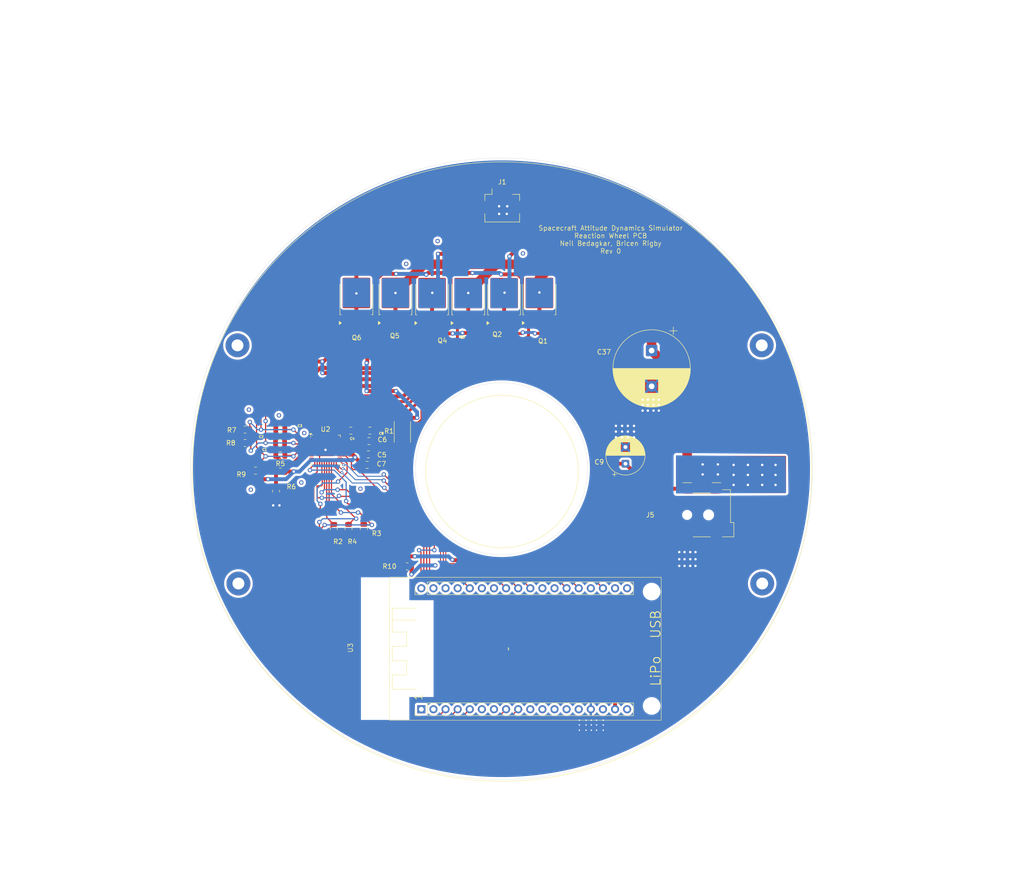
<source format=kicad_pcb>
(kicad_pcb (version 20241229) (generator "pcbnew") (generator_version "9.0")
  (title_block (title "BLDC Motor Control Board") (date "2025-10-23") (rev "Rev1") (company "PolySim"))
  (layers (0 "F.Cu" signal) (2 "B.Cu" signal) (13 "F.Paste" user) (15 "B.Paste" user) (5 "F.SilkS" user "F.Silkscreen") (7 "B.SilkS" user "B.Silkscreen") (1 "F.Mask" user) (3 "B.Mask" user) (25 "Edge.Cuts" user))
  (net 0 "")
  (net 1 "/WHP_1")
  (net 2 "/VHP_1")
  (net 3 "/UHP_1")
  (net 4 "Net-(U2-CP2)")
  (net 5 "Net-(U2-CP1)")
  (net 6 "Net-(U2-VINT)")
  (net 7 "GND")
  (net 8 "+24V")
  (net 9 "Net-(U2-VCP)")
  (net 10 "/W_1")
  (net 11 "/U_1")
  (net 12 "/V_1")
  (net 13 "+3V3")
  (net 14 "Net-(Q1-G)")
  (net 15 "Net-(Q2-G)")
  (net 16 "Net-(Q3-G)")
  (net 17 "Net-(Q4-G)")
  (net 18 "Net-(Q5-G)")
  (net 19 "Net-(Q6-G)")
  (net 20 "/IOFAULTn_1")
  (net 21 "/IOFGOUT_1")
  (net 22 "/IOLOCKn_1")
  (net 23 "/SCLK")
  (net 24 "/SCS_1")
  (net 25 "/SDATAI")
  (net 27 "/BRAKE")
  (net 28 "/SDATAO")
  (net 32 "/ENABLE")
  (net 33 "/CLKIN")
  (net 34 "/DIR")
  (net 35 "/RESET")
  (net 36 "Net-(Q2-S)")
  (net 59 "/xHN")
  (net 60 "/VREG")
  (footprint "Connector_BarrelJack:BarrelJack_Wuerth_694108106102_2.5x5.5mm" (layer "F.Cu") (at 247.325 95.7 -90)
    (property "Reference" "J5")
    (property "Value" "+24V Power")
  )
  (footprint "Capacitor_THT:CP_Radial_D16.0mm_P7.50mm" (layer "F.Cu") (at 236.8 61.2 -90)
    (property "Reference" "C37")
    (property "Value" "470 uF")
  )
  (footprint "Capacitor_SMD:C_0805_2012Metric" (layer "F.Cu") (at 158.885 83.195)
    (property "Reference" "C1")
    (property "Value" "0.1 uF")
  )
  (footprint "Resistor_SMD:R_0805_2012Metric" (layer "F.Cu") (at 185.5 106.5)
    (property "Reference" "R10")
    (property "Value" "3.3k")
  )
  (footprint "Capacitor_SMD:C_0805_2012Metric" (layer "F.Cu") (at 177.1 85.2 180)
    (property "Reference" "C7")
    (property "Value" "0.1 uF")
  )
  (footprint "ME507:FireBeetle-ESP32" (layer "F.Cu") (at 208.8 123.8 90)
    (property "Reference" "U3")
    (property "Value" "~")
  )
  (footprint "Resistor_SMD:R_0805_2012Metric" (layer "F.Cu") (at 176.4 98.5875 -90)
    (property "Reference" "R3")
    (property "Value" "10k")
  )
  (footprint "MountingHole:MountingHole_2.5mm_Pad" (layer "F.Cu") (at 260 110.1)
    (property "Reference" "H4" (hide yes))
    (property "Value" "MountingHole")
  )
  (footprint "Resistor_SMD:R_0805_2012Metric" (layer "F.Cu") (at 170.1 98.6125 -90)
    (property "Reference" "R2")
    (property "Value" "10k")
  )
  (footprint "Capacitor_THT:CP_Radial_D8.0mm_P3.50mm" (layer "F.Cu") (at 231.3 84.952651 90)
    (property "Reference" "C9")
    (property "Value" "47 uF")
  )
  (footprint "Resistor_SMD:R_0805_2012Metric" (layer "F.Cu") (at 173.2 98.6125 -90)
    (property "Reference" "R4")
    (property "Value" "10k")
  )
  (footprint "Capacitor_SMD:C_0805_2012Metric" (layer "F.Cu") (at 158.885 77.795)
    (property "Reference" "C3")
    (property "Value" "0.1 uF")
  )
  (footprint "MountingHole:MountingHole_2.5mm_Pad" (layer "F.Cu") (at 259.9 60.1)
    (property "Reference" "H2" (hide yes))
    (property "Value" "MountingHole")
  )
  (footprint "Capacitor_SMD:C_0805_2012Metric" (layer "F.Cu") (at 158.835 80.595)
    (property "Reference" "C2")
    (property "Value" "0.1 uF")
  )
  (footprint "Resistor_SMD:R_2512_6332Metric" (layer "F.Cu") (at 184.5 78.2625 90)
    (property "Reference" "R1")
    (property "Value" "0.125")
  )
  (footprint "Package_TO_SOT_SMD:TO-252-3_TabPin2" (layer "F.Cu") (at 213.255 50.36 90)
    (property "Reference" "Q1")
    (property "Value" "Q_NMOS_GDS")
  )
  (footprint "Package_TO_SOT_SMD:TO-252-3_TabPin2" (layer "F.Cu") (at 183.05 50.36 90)
    (property "Reference" "Q5")
    (property "Value" "Q_NMOS_GDS")
  )
  (footprint "Resistor_SMD:R_0805_2012Metric" (layer "F.Cu") (at 158 90.7 90)
    (property "Reference" "R6")
    (property "Value" "2.6k")
  )
  (footprint "Capacitor_SMD:C_0805_2012Metric" (layer "F.Cu") (at 177.685 77.995)
    (property "Reference" "C8")
    (property "Value" "1 uF")
  )
  (footprint "Package_TO_SOT_SMD:TO-252-3_TabPin2" (layer "F.Cu") (at 190.725 50.385 90)
    (property "Reference" "Q4")
    (property "Value" "Q_NMOS_GDS")
  )
  (footprint "Package_TO_SOT_SMD:TO-252-3_TabPin2" (layer "F.Cu") (at 174.85 50.36 90)
    (property "Reference" "Q6")
    (property "Value" "Q_NMOS_GDS")
  )
  (footprint "Connector_FFC-FPC:Hirose_FH12-8S-0.5SH_1x08-1MP_P0.50mm_Horizontal" (layer "F.Cu") (at 205.45 29.7)
    (property "Reference" "J1")
    (property "Value" "BLDC Motor ZIF Connection")
  )
  (footprint "Resistor_SMD:R_0805_2012Metric" (layer "F.Cu") (at 151.5 80.6)
    (property "Reference" "R8")
    (property "Value" "2.6k")
  )
  (footprint "Package_TO_SOT_SMD:TO-252-3_TabPin2" (layer "F.Cu") (at 198.325 50.385 90)
    (property "Reference" "Q3")
    (property "Value" "Q_NMOS_GDS")
  )
  (footprint "Capacitor_SMD:C_0805_2012Metric" (layer "F.Cu") (at 177.485 80.195 180)
    (property "Reference" "C6")
    (property "Value" "0.1 uF")
  )
  (footprint "Capacitor_SMD:C_0805_2012Metric" (layer "F.Cu") (at 177.385 82.995 180)
    (property "Reference" "C5")
    (property "Value" "1 uF")
  )
  (footprint "MountingHole:MountingHole_2.5mm_Pad" (layer "F.Cu") (at 149.9 60.1)
    (property "Reference" "H1" (hide yes))
    (property "Value" "MountingHole")
  )
  (footprint "Package_TO_SOT_SMD:TO-252-3_TabPin2" (layer "F.Cu") (at 205.845 50.385 90)
    (property "Reference" "Q2")
    (property "Value" "Q_NMOS_GDS")
  )
  (footprint "Resistor_SMD:R_0805_2012Metric" (layer "F.Cu") (at 151.5 77.8)
    (property "Reference" "R7")
    (property "Value" "2.6k")
  )
  (footprint "Resistor_SMD:R_0805_2012Metric" (layer "F.Cu") (at 158.9 86.6)
    (property "Reference" "R5")
    (property "Value" "2.6k")
  )
  (footprint "Capacitor_SMD:C_0805_2012Metric" (layer "F.Cu") (at 173.685 77.995 180)
    (property "Reference" "C4")
    (property "Value" "0.1 uF")
  )
  (footprint "Package_DFN_QFN:Texas_RHA0040E_VQFN-40-1EP_6x6mm_P0.5mm_EP3.52x2.62mm" (layer "F.Cu") (at 168.3725 82.045)
    (property "Reference" "U2")
    (property "Value" "DRV8308")
  )
  (footprint "Resistor_SMD:R_0805_2012Metric" (layer "F.Cu") (at 153.7 86.4 180)
    (property "Reference" "R9")
    (property "Value" "2.6k")
  )
  (footprint "MountingHole:MountingHole_2.5mm_Pad" (layer "F.Cu") (at 150.1 110.1)
    (property "Reference" "H3" (hide yes))
    (property "Value" "MountingHole")
  )
  (gr_circle (center 205.4 86.6) (end 221.4 86.6) (stroke (width 0.1)) (fill no) (layer "F.SilkS"))
  (gr_circle (center 205.4 86.6) (end 270.4 86.6) (stroke (width 0.1)) (fill no) (layer "F.SilkS"))
  (gr_circle (center 205.3 86) (end 222.8 90.4) (stroke (width 0.05)) (fill no) (layer "Edge.Cuts"))
  (gr_circle (center 205.3 86) (end 269.6 97) (stroke (width 0.05)) (fill no) (layer "Edge.Cuts"))
  (gr_text "Spacecraft Attitude Dynamics Simulator\nReaction Wheel PCB\nNeil Bedagkar, Bricen Rigby\nRev 0" (at 228.2 40.9 0) (layer "F.SilkS") (effects (font (size 1 1) (thickness 0.125)) (justify bottom)))
  (via (at 158.6 74.8) (size 0.9144) (drill 0.508) (layers "F.Cu" "B.Cu") (net 0))
  (via (at 152.3 73.6) (size 0.9144) (drill 0.508) (layers "F.Cu" "B.Cu") (net 0))
  (via (at 163.3 88.9) (size 0.9144) (drill 0.508) (layers "F.Cu" "B.Cu") (net 0))
  (via (at 185.3 43) (size 0.9144) (drill 0.508) (layers "F.Cu" "B.Cu") (net 0))
  (via (at 152.7 90.4) (size 0.9144) (drill 0.508) (layers "F.Cu" "B.Cu") (net 0))
  (via (at 163.9 78.5) (size 0.9144) (drill 0.508) (layers "F.Cu" "B.Cu") (net 0))
  (via (at 209.8 40.8) (size 0.9144) (drill 0.508) (layers "F.Cu" "B.Cu") (net 0))
  (via (at 175.7 90.2) (size 0.9144) (drill 0.508) (layers "F.Cu" "B.Cu") (net 0))
  (via (at 191.9 38.2) (size 0.9144) (drill 0.508) (layers "F.Cu" "B.Cu") (net 0))
  (segment (start 153.9 70.9) (end 167.6 57.2) (width 0.254) (layer "F.Cu") (net 1))
  (segment (start 155.8 83.395) (end 154.6125 84.5825) (width 0.254) (layer "F.Cu") (net 1))
  (segment (start 155.8 83.395) (end 153.9 81.495) (width 0.254) (layer "F.Cu") (net 1))
  (segment (start 163.235 81.795) (end 165.435 81.795) (width 0.254) (layer "F.Cu") (net 1))
  (segment (start 161.635 83.395) (end 163.235 81.795) (width 0.254) (layer "F.Cu") (net 1))
  (segment (start 204.2 28.906) (end 204.178 28.928) (width 0.254) (layer "F.Cu") (net 1))
  (segment (start 167.6 57.2) (end 167.6 47.4) (width 0.254) (layer "F.Cu") (net 1))
  (segment (start 161.435 83.195) (end 161.635 83.395) (width 0.254) (layer "F.Cu") (net 1))
  (segment (start 153.9 81.495) (end 153.9 70.9) (width 0.254) (layer "F.Cu") (net 1))
  (segment (start 154.6125 84.5825) (end 154.6125 86.4) (width 0.254) (layer "F.Cu") (net 1))
  (segment (start 204.178 28.928) (end 186.072 28.928) (width 0.254) (layer "F.Cu") (net 1))
  (segment (start 204.2 27.95) (end 204.2 28.906) (width 0.254) (layer "F.Cu") (net 1))
  (segment (start 186.072 28.928) (end 167.6 47.4) (width 0.254) (layer "F.Cu") (net 1))
  (segment (start 159.835 83.195) (end 161.435 83.195) (width 0.254) (layer "F.Cu") (net 1))
  (via (at 161.635 83.395) (size 0.9144) (drill 0.508) (layers "F.Cu" "B.Cu") (net 1))
  (via (at 155.8 83.395) (size 0.9144) (drill 0.508) (layers "F.Cu" "B.Cu") (net 1))
  (segment (start 155.8 83.395) (end 161.635 83.395) (width 0.254) (layer "B.Cu") (net 1))
  (segment (start 203.5 29.9) (end 204.492934 29.9) (width 0.254) (layer "F.Cu") (net 2))
  (segment (start 168.8 57.9) (end 168.8 48.3) (width 0.254) (layer "F.Cu") (net 2))
  (segment (start 168.8 48.3) (end 184.3 32.8) (width 0.254) (layer "F.Cu") (net 2))
  (segment (start 152.7 80.8875) (end 152.4125 80.6) (width 0.254) (layer "F.Cu") (net 2))
  (segment (start 155.8 76) (end 155.8 70.9) (width 0.254) (layer "F.Cu") (net 2))
  (segment (start 204.492934 29.9) (end 205.2 29.192934) (width 0.254) (layer "F.Cu") (net 2))
  (segment (start 159.785 80.595) (end 159.985 80.795) (width 0.254) (layer "F.Cu") (net 2))
  (segment (start 159.785 80.595) (end 161.635 80.595) (width 0.254) (layer "F.Cu") (net 2))
  (segment (start 161.635 80.595) (end 161.835 80.795) (width 0.254) (layer "F.Cu") (net 2))
  (segment (start 203.4 30) (end 203.5 29.9) (width 0.254) (layer "F.Cu") (net 2))
  (segment (start 155.8 80.595) (end 155.8 76) (width 0.254) (layer "F.Cu") (net 2))
  (segment (start 184.3 32.8) (end 202.9 32.8) (width 0.254) (layer "F.Cu") (net 2))
  (segment (start 205.2 29.192934) (end 205.2 27.85) (width 0.254) (layer "F.Cu") (net 2))
  (segment (start 152.7 82.2) (end 152.7 80.8875) (width 0.254) (layer "F.Cu") (net 2))
  (segment (start 203.4 32.3) (end 203.4 30) (width 0.254) (layer "F.Cu") (net 2))
  (segment (start 155.8 70.9) (end 168.8 57.9) (width 0.254) (layer "F.Cu") (net 2))
  (segment (start 161.835 80.795) (end 165.435 80.795) (width 0.254) (layer "F.Cu") (net 2))
  (segment (start 202.9 32.8) (end 203.4 32.3) (width 0.254) (layer "F.Cu") (net 2))
  (via (at 161.635 80.595) (size 0.9144) (drill 0.508) (layers "F.Cu" "B.Cu") (net 2))
  (via (at 155.8 80.595) (size 0.9144) (drill 0.508) (layers "F.Cu" "B.Cu") (net 2))
  (via (at 155.8 76) (size 0.9144) (drill 0.508) (layers "F.Cu" "B.Cu") (net 2))
  (via (at 152.7 82.2) (size 0.9144) (drill 0.508) (layers "F.Cu" "B.Cu") (net 2))
  (segment (start 154.305 80.595) (end 152.7 82.2) (width 0.254) (layer "B.Cu") (net 2))
  (segment (start 155.8 80.595) (end 161.635 80.595) (width 0.254) (layer "B.Cu") (net 2))
  (segment (start 155.8 80.595) (end 154.305 80.595) (width 0.254) (layer "B.Cu") (net 2))
  (segment (start 154.835 71.065) (end 168.2 57.7) (width 0.254) (layer "F.Cu") (net 3))
  (segment (start 163.635 79.795) (end 165.435 79.795) (width 0.254) (layer "F.Cu") (net 3))
  (segment (start 154.835 77.795) (end 154.835 71.065) (width 0.254) (layer "F.Cu") (net 3))
  (segment (start 152.5 76.2) (end 152.5 77.7125) (width 0.254) (layer "F.Cu") (net 3))
  (segment (start 204.7 29.049467) (end 204.366467 29.383) (width 0.254) (layer "F.Cu") (net 3))
  (segment (start 186.717 29.383) (end 168.2 47.9) (width 0.254) (layer "F.Cu") (net 3))
  (segment (start 204.366467 29.383) (end 186.717 29.383) (width 0.254) (layer "F.Cu") (net 3))
  (segment (start 161.635 77.795) (end 163.635 79.795) (width 0.254) (layer "F.Cu") (net 3))
  (segment (start 152.5 77.7125) (end 152.4125 77.8) (width 0.254) (layer "F.Cu") (net 3))
  (segment (start 204.7 27.85) (end 204.7 29.049467) (width 0.254) (layer "F.Cu") (net 3))
  (segment (start 159.835 77.795) (end 161.635 77.795) (width 0.254) (layer "F.Cu") (net 3))
  (segment (start 168.2 57.7) (end 168.2 47.9) (width 0.254) (layer "F.Cu") (net 3))
  (via (at 152.5 76.2) (size 0.9144) (drill 0.508) (layers "F.Cu" "B.Cu") (net 3))
  (via (at 161.635 77.795) (size 0.9144) (drill 0.508) (layers "F.Cu" "B.Cu") (net 3))
  (via (at 154.835 77.795) (size 0.9144) (drill 0.508) (layers "F.Cu" "B.Cu") (net 3))
  (segment (start 154.835 77.795) (end 154.095 77.795) (width 0.254) (layer "B.Cu") (net 3))
  (segment (start 154.095 77.795) (end 152.5 76.2) (width 0.254) (layer "B.Cu") (net 3))
  (segment (start 154.835 77.795) (end 161.635 77.795) (width 0.254) (layer "B.Cu") (net 3))
  (segment (start 172.335 80.295) (end 174.635 77.995) (width 0.254) (layer "F.Cu") (net 4))
  (segment (start 171.31 80.295) (end 172.335 80.295) (width 0.254) (layer "F.Cu") (net 4))
  (segment (start 171.835 79.795) (end 172.735 78.895) (width 0.254) (layer "F.Cu") (net 5))
  (segment (start 172.735 78.895) (end 172.735 77.995) (width 0.254) (layer "F.Cu") (net 5))
  (segment (start 171.31 79.795) (end 171.835 79.795) (width 0.254) (layer "F.Cu") (net 5))
  (segment (start 176.435 82.995) (end 175.735 82.295) (width 0.254) (layer "F.Cu") (net 6))
  (segment (start 175.735 82.295) (end 171.31 82.295) (width 0.254) (layer "F.Cu") (net 6))
  (segment (start 178.435 80.195) (end 178.435 81.795) (width 0.254) (layer "F.Cu") (net 7))
  (segment (start 178.335 80.295) (end 178.435 80.195) (width 0.8128) (layer "F.Cu") (net 7))
  (segment (start 178.435 81.795) (end 178.335 81.895) (width 0.254) (layer "F.Cu") (net 7))
  (segment (start 205.7 27.95) (end 205.7 31.2) (width 0.254) (layer "F.Cu") (net 7))
  (segment (start 178.235 81.795) (end 178.1 81.795) (width 0.8128) (layer "F.Cu") (net 7))
  (segment (start 178.05 85.2) (end 178.05 83.28) (width 0.8128) (layer "F.Cu") (net 7))
  (segment (start 171.31 81.795) (end 176.3676 81.795) (width 0.254) (layer "F.Cu") (net 7))
  (segment (start 178.335 82.995) (end 178.335 81.895) (width 0.254) (layer "F.Cu") (net 7))
  (segment (start 176.3676 81.795) (end 176.5 81.6626) (width 0.254) (layer "F.Cu") (net 7))
  (segment (start 178.335 81.895) (end 178.235 81.795) (width 0.254) (layer "F.Cu") (net 7))
  (segment (start 171.31 81.795) (end 168.6225 81.795) (width 0.254) (layer "F.Cu") (net 7))
  (segment (start 178.335 82.995) (end 178.335 80.295) (width 0.8128) (layer "F.Cu") (net 7))
  (segment (start 178.05 83.28) (end 178.335 82.995) (width 0.8128) (layer "F.Cu") (net 7))
  (segment (start 184.5 81.225) (end 179.465 81.225) (width 0.8128) (layer "F.Cu") (net 7))
  (segment (start 178.1 81.795) (end 177.9676 81.6626) (width 0.8128) (layer "F.Cu") (net 7))
  (segment (start 167.1225 83.295) (end 168.3725 82.045) (width 0.254) (layer "F.Cu") (net 7))
  (segment (start 179.465 81.225) (end 178.435 80.195) (width 0.8128) (layer "F.Cu") (net 7))
  (segment (start 177.9676 81.6626) (end 176.5 81.6626) (width 0.8128) (layer "F.Cu") (net 7))
  (segment (start 168.6225 81.795) (end 168.3725 82.045) (width 0.254) (layer "F.Cu") (net 7))
  (segment (start 167.1225 84.9825) (end 167.1225 83.295) (width 0.254) (layer "F.Cu") (net 7))
  (via (at 238.3 72.6) (size 0.9144) (drill 0.508) (layers "F.Cu" "B.Cu") (net 7))
  (via (at 237.2 72.6) (size 0.9144) (drill 0.508) (layers "F.Cu" "B.Cu") (net 7))
  (via (at 244.9 106.4) (size 0.9144) (drill 0.508) (layers "F.Cu" "B.Cu") (net 7))
  (via (at 229.3 79.4) (size 0.9144) (drill 0.508) (layers "F.Cu" "B.Cu") (net 7))
  (via (at 236 73.8) (size 0.9144) (drill 0.508) (layers "F.Cu" "B.Cu") (net 7))
  (via (at 236 72.6) (size 0.9144) (drill 0.508) (layers "F.Cu" "B.Cu") (net 7))
  (via (at 158.7 93.7) (size 0.9144) (drill 0.508) (layers "F.Cu" "B.Cu") (net 7))
  (via (at 231.8 79.4) (size 0.9144) (drill 0.508) (layers "F.Cu" "B.Cu") (net 7))
  (via (at 223.04 138.8) (size 0.6) (drill 0.3) (layers "F.Cu" "B.Cu") (net 7))
  (via (at 244.9 103.5) (size 0.9144) (drill 0.508) (layers "F.Cu" "B.Cu") (net 7))
  (via (at 204.8 30.9) (size 0.9144) (drill 0.508) (layers "F.Cu" "B.Cu") (net 7))
  (via (at 242.6 105) (size 0.9144) (drill 0.508) (layers "F.Cu" "B.Cu") (net 7))
  (via (at 224.14 140.9) (size 0.6) (drill 0.3) (layers "F.Cu" "B.Cu") (net 7))
  (via (at 157.4 93.7) (size 0.9144) (drill 0.508) (layers "F.Cu" "B.Cu") (net 7))
  (via (at 246 106.4) (size 0.9144) (drill 0.508) (layers "F.Cu" "B.Cu") (net 7))
  (via (at 233.1 79.4) (size 0.9144) (drill 0.508) (layers "F.Cu" "B.Cu") (net 7))
  (via (at 246 105) (size 0.9144) (drill 0.508) (layers "F.Cu" "B.Cu") (net 7))
  (via (at 238.3 73.8) (size 0.9144) (drill 0.508) (layers "F.Cu" "B.Cu") (net 7))
  (via (at 237.2 73.8) (size 0.9144) (drill 0.508) (layers "F.Cu" "B.Cu") (net 7))
  (via (at 224.14 139.8) (size 0.6) (drill 0.3) (layers "F.Cu" "B.Cu") (net 7))
  (via (at 206.4 32.5) (size 0.9144) (drill 0.508) (layers "F.Cu" "B.Cu") (net 7))
  (via (at 221.64 139.8) (size 0.6) (drill 0.3) (layers "F.Cu" "B.Cu") (net 7))
  (via (at 238.3 71.5) (size 0.9144) (drill 0.508) (layers "F.Cu" "B.Cu") (net 7))
  (via (at 237.2 71.5) (size 0.9144) (drill 0.508) (layers "F.Cu" "B.Cu") (net 7))
  (via (at 230.6 79.4) (size 0.9144) (drill 0.508) (layers "F.Cu" "B.Cu") (net 7))
  (via (at 230.6 77) (size 0.9144) (drill 0.508) (layers "F.Cu" "B.Cu") (net 7))
  (via (at 243.7 105) (size 0.9144) (drill 0.508) (layers "F.Cu" "B.Cu") (net 7))
  (via (at 230.6 78.2) (size 0.9144) (drill 0.508) (layers "F.Cu" "B.Cu") (net 7))
  (via (at 234.9 73.8) (size 0.9144) (drill 0.508) (layers "F.Cu" "B.Cu") (net 7))
  (via (at 231.8 77) (size 0.9144) (drill 0.508) (layers "F.Cu" "B.Cu") (net 7))
  (via (at 225.24 140.9) (size 0.6) (drill 0.3) (layers "F.Cu" "B.Cu") (net 7))
  (via (at 243.7 103.5) (size 0.9144) (drill 0.508) (layers "F.Cu" "B.Cu") (net 7))
  (via (at 225.24 138.8) (size 0.6) (drill 0.3) (layers "F.Cu" "B.Cu") (net 7))
  (via (at 234.9 71.5) (size 0.9144) (drill 0.508) (layers "F.Cu" "B.Cu") (net 7))
  (via (at 233.1 77) (size 0.9144) (drill 0.508) (layers "F.Cu" "B.Cu") (net 7))
  (via (at 242.6 103.5) (size 0.9144) (drill 0.508) (layers "F.Cu" "B.Cu") (net 7))
  (via (at 231.8 78.2) (size 0.9144) (drill 0.508) (layers "F.Cu" "B.Cu") (net 7))
  (via (at 223.04 139.8) (size 0.6) (drill 0.3) (layers "F.Cu" "B.Cu") (net 7))
  (via (at 221.64 138.8) (size 0.6) (drill 0.3) (layers "F.Cu" "B.Cu") (net 7))
  (via (at 226.64 139.8) (size 0.6) (drill 0.3) (layers "F.Cu" "B.Cu") (net 7))
  (via (at 226.64 140.9) (size 0.6) (drill 0.3) (layers "F.Cu" "B.Cu") (net 7))
  (via (at 246 103.5) (size 0.9144) (drill 0.508) (layers "F.Cu" "B.Cu") (net 7))
  (via (at 243.7 106.4) (size 0.9144) (drill 0.508) (layers "F.Cu" "B.Cu") (net 7))
  (via (at 225.24 139.8) (size 0.6) (drill 0.3) (layers "F.Cu" "B.Cu") (net 7))
  (via (at 233.1 78.2) (size 0.9144) (drill 0.508) (layers "F.Cu" "B.Cu") (net 7))
  (via (at 244.9 105) (size 0.9144) (drill 0.508) (layers "F.Cu" "B.Cu") (net 7))
  (via (at 242.6 106.4) (size 0.9144) (drill 0.508) (layers "F.Cu" "B.Cu") (net 7))
  (via (at 224.14 138.8) (size 0.6) (drill 0.3) (layers "F.Cu" "B.Cu") (net 7))
  (via (at 236 71.5) (size 0.9144) (drill 0.508) (layers "F.Cu" "B.Cu") (net 7))
  (via (at 206.5 30.9) (size 0.9144) (drill 0.508) (layers "F.Cu" "B.Cu") (net 7))
  (via (at 229.3 77) (size 0.9144) (drill 0.508) (layers "F.Cu" "B.Cu") (net 7))
  (via (at 204.8 32.5) (size 0.9144) (drill 0.508) (layers "F.Cu" "B.Cu") (net 7))
  (via (at 226.64 138.8) (size 0.6) (drill 0.3) (layers "F.Cu" "B.Cu") (net 7))
  (via (at 223.04 140.9) (size 0.6) (drill 0.3) (layers "F.Cu" "B.Cu") (net 7))
  (via (at 221.64 140.9) (size 0.6) (drill 0.3) (layers "F.Cu" "B.Cu") (net 7))
  (via (at 168.3725 82.045) (size 0.9144) (drill 0.508) (layers "F.Cu" "B.Cu") (net 7))
  (via (at 229.3 78.2) (size 0.9144) (drill 0.508) (layers "F.Cu" "B.Cu") (net 7))
  (via (at 234.9 72.6) (size 0.9144) (drill 0.508) (layers "F.Cu" "B.Cu") (net 7))
  (segment (start 179.754158 77.995) (end 181.349158 76.4) (width 0.8128) (layer "F.Cu") (net 8))
  (segment (start 198.325 49.125) (end 198.325 49.1) (width 2) (layer "F.Cu") (net 8))
  (segment (start 216.2 43.0832) (end 204.7 43.0832) (width 2) (layer "F.Cu") (net 8))
  (segment (start 244.25 68.65) (end 236.8 61.2) (width 2) (layer "F.Cu") (net 8))
  (segment (start 187.885672 76.5199) (end 188.7 75.705572) (width 0.8128) (layer "F.Cu") (net 8))
  (segment (start 176.535 80.195) (end 176.535 80.150526) (width 0.8128) (layer "F.Cu") (net 8))
  (segment (start 176.535 80.150526) (end 178.635 78.050526) (width 0.8128) (layer "F.Cu") (net 8))
  (segment (start 244.25 90.2) (end 244.25 68.65) (width 2) (layer "F.Cu") (net 8))
  (segment (start 216.25 42.9) (end 216.375 43.025) (width 0.254) (layer "F.Cu") (net 8))
  (segment (start 228.952651 84.952651) (end 231.3 84.952651) (width 0.8128) (layer "F.Cu") (net 8))
  (segment (start 189.0668 43.0832) (end 183.05 49.1) (width 2) (layer "F.Cu") (net 8))
  (segment (start 224.0025 43.025) (end 223.9443 43.0832) (width 2) (layer "F.Cu") (net 8))
  (segment (start 188.7 75.705572) (end 188.7 73.3) (width 0.8128) (layer "F.Cu") (net 8))
  (segment (start 213.255 49.1) (end 213.255 49) (width 2) (layer "F.Cu") (net 8))
  (segment (start 231.3 84.952651) (end 236.547349 90.2) (width 0.8128) (layer "F.Cu") (net 8))
  (segment (start 213.255 49.1) (end 213.255 46.145) (width 0.8128) (layer "F.Cu") (net 8))
  (segment (start 188.7 73.3) (end 197.65 64.35) (width 0.8128) (layer "F.Cu") (net 8))
  (segment (start 198.325 48.9582) (end 204.2 43.0832) (width 2) (layer "F.Cu") (net 8))
  (segment (start 178.635 77.995) (end 179.754158 77.995) (width 0.8128) (layer "F.Cu") (net 8))
  (segment (start 189.1832 43.0832) (end 189.125 43.025) (width 2) (layer "F.Cu") (net 8))
  (segment (start 198.325 49.125) (end 198.325 55.425) (width 0.8128) (layer "F.Cu") (net 8))
  (segment (start 250.4 90.2) (end 244.25 90.2) (width 2) (layer "F.Cu") (net 8))
  (segment (start 176.535 80.195) (end 175.5678 81.1622) (width 0.6096) (layer "F.Cu") (net 8))
  (segment (start 204.2 43.0832) (end 204.7 43.0832) (width 2) (layer "F.Cu") (net 8))
  (segment (start 214.85 64.35) (end 226.1 75.6) (width 0.8128) (layer "F.Cu") (net 8))
  (segment (start 175.5678 81.1622) (end 174.5 81.1622) (width 0.6096) (layer "F.Cu") (net 8))
  (segment (start 236.547349 90.2) (end 244.25 90.2) (width 0.8128) (layer "F.Cu") (net 8))
  (segment (start 204.7 43.0832) (end 189.1832 43.0832) (width 2) (layer "F.Cu") (net 8))
  (segment (start 236.8 61.2) (end 236.8 55.8225) (width 2) (layer "F.Cu") (net 8))
  (segment (start 189.1832 43.0832) (end 189.0668 43.0832) (width 2) (layer "F.Cu") (net 8))
  (segment (start 213.255 46.0282) (end 216.2 43.0832) (width 2) (layer "F.Cu") (net 8))
  (segment (start 236.8 55.8225) (end 224.0025 43.025) (width 2) (layer "F.Cu") (net 8))
  (segment (start 181.349158 76.4) (end 181.469058 76.5199) (width 0.8128) (layer "F.Cu") (net 8))
  (segment (start 178.635 78.050526) (end 178.635 77.995) (width 0.8128) (layer "F.Cu") (net 8))
  (segment (start 197.65 64.35) (end 214.85 64.35) (width 0.8128) (layer "F.Cu") (net 8))
  (segment (start 226.1 82.1) (end 228.952651 84.952651) (width 0.8128) (layer "F.Cu") (net 8))
  (segment (start 223.9443 43.0832) (end 216.2 43.0832) (width 2) (layer "F.Cu") (net 8))
  (segment (start 198.325 49.1) (end 198.325 48.9582) (width 2) (layer "F.Cu") (net 8))
  (segment (start 175.435 81.295) (end 176.535 80.195) (width 0.254) (layer "F.Cu") (net 8))
  (segment (start 213.255 49) (end 213.255 46.0282) (width 2) (layer "F.Cu") (net 8))
  (segment (start 181.469058 76.5199) (end 187.885672 76.5199) (width 0.8128) (layer "F.Cu") (net 8))
  (segment (start 204.375 43.075) (end 204.375 43.025) (width 0.8128) (layer "F.Cu") (net 8))
  (segment (start 213.255 49.1) (end 213.255 55.4) (width 0.8128) (layer "F.Cu") (net 8))
  (segment (start 183.05 49.1) (end 183.05 55.4) (width 0.8128) (layer "F.Cu") (net 8))
  (segment (start 226.1 75.6) (end 226.1 82.1) (width 0.8128) (layer "F.Cu") (net 8))
  (segment (start 171.31 81.295) (end 175.435 81.295) (width 0.254) (layer "F.Cu") (net 8))
  (via (at 183.05 49.1) (size 0.9144) (drill 0.508) (layers "F.Cu" "B.Cu") (net 8))
  (via (at 257 89.4) (size 0.9144) (drill 0.508) (layers "F.Cu" "B.Cu") (net 8))
  (via (at 262.8 87.3) (size 0.9144) (drill 0.508) (layers "F.Cu" "B.Cu") (net 8))
  (via (at 247.5 85.1) (size 0.9144) (drill 0.508) (layers "F.Cu" "B.Cu") (net 8))
  (via (at 257 87.3) (size 0.9144) (drill 0.508) (layers "F.Cu" "B.Cu") (net 8))
  (via (at 254 89.4) (size 0.9144) (drill 0.508) (layers "F.Cu" "B.Cu") (net 8))
  (via (at 260 89.4) (size 0.9144) (drill 0.508) (layers "F.Cu" "B.Cu") (net 8))
  (via (at 260 87.3) (size 0.9144) (drill 0.508) (layers "F.Cu" "B.Cu") (net 8))
  (via (at 247.5 87.2) (size 0.9144) (drill 0.508) (layers "F.Cu" "B.Cu") (net 8))
  (via (at 262.8 85.2) (size 0.9144) (drill 0.508) (layers "F.Cu" "B.Cu") (net 8))
  (via (at 250.7 87.2) (size 0.9144) (drill 0.508) (layers "F.Cu" "B.Cu") (net 8))
  (via (at 254 85.2) (size 0.9144) (drill 0.508) (layers "F.Cu" "B.Cu") (net 8))
  (via (at 254 87.3) (size 0.9144) (drill 0.508) (layers "F.Cu" "B.Cu") (net 8))
  (via (at 213.255 49) (size 0.9144) (drill 0.508) (layers "F.Cu" "B.Cu") (net 8))
  (via (at 198.325 49.1) (size 0.9144) (drill 0.508) (layers "F.Cu" "B.Cu") (net 8))
  (via (at 260 85.2) (size 0.9144) (drill 0.508) (layers "F.Cu" "B.Cu") (net 8))
  (via (at 257 85.2) (size 0.9144) (drill 0.508) (layers "F.Cu" "B.Cu") (net 8))
  (via (at 250.7 85.1) (size 0.9144) (drill 0.508) (layers "F.Cu" "B.Cu") (net 8))
  (via (at 262.8 89.4) (size 0.9144) (drill 0.508) (layers "F.Cu" "B.Cu") (net 8))
  (segment (start 173.935 80.795) (end 176.735 77.995) (width 0.254) (layer "F.Cu") (net 9))
  (segment (start 171.31 80.795) (end 173.935 80.795) (width 0.254) (layer "F.Cu") (net 9))
  (segment (start 185.33 59.47) (end 185.33 55.4) (width 0.8128) (layer "F.Cu") (net 10))
  (segment (start 174.85 49.2) (end 174.85 45.3) (width 0.8128) (layer "F.Cu") (net 10))
  (segment (start 163.598943 75.597541) (end 166.14816 78.146758) (width 0.6096) (layer "F.Cu") (net 10))
  (segment (start 174.85 49.2) (end 174.85 55.4) (width 0.8128) (layer "F.Cu") (net 10))
  (segment (start 166.3725 63.5) (end 162.63625 67.23625) (width 0.8128) (layer "F.Cu") (net 10))
  (segment (start 174.85 45.3) (end 180.65 39.5) (width 0.8128) (layer "F.Cu") (net 10))
  (segment (start 162.63625 74.634848) (end 162.63625 67.23625) (width 0.8128) (layer "F.Cu") (net 10))
  (segment (start 207.5 29.9) (end 207.6 30) (width 0.254) (layer "F.Cu") (net 10))
  (segment (start 174.85 56.6) (end 167.95 63.5) (width 0.8128) (layer "F.Cu") (net 10))
  (segment (start 167.73 65.9) (end 178.9 65.9) (width 0.8128) (layer "F.Cu") (net 10))
  (segment (start 201.6 39.5) (end 207.6 33.5) (width 0.8128) (layer "F.Cu") (net 10))
  (segment (start 166.6225 78.616016) (end 166.6225 79.1075) (width 0.254) (layer "F.Cu") (net 10))
  (segment (start 166.14816 78.146758) (end 166.153242 78.146758) (width 0.6096) (layer "F.Cu") (net 10))
  (segment (start 167.95 63.5) (end 167.7 63.5) (width 0.8128) (layer "F.Cu") (net 10))
  (segment (start 166.153242 78.146758) (end 166.6225 78.616016) (width 0.254) (layer "F.Cu") (net 10))
  (segment (start 206.2 29.9) (end 207.5 29.9) (width 0.254) (layer "F.Cu") (net 10))
  (segment (start 174.85 55.4) (end 174.85 56.6) (width 0.8128) (layer "F.Cu") (net 10))
  (segment (start 174.85 49.1) (end 174.85 49.2) (width 0.8128) (layer "F.Cu") (net 10))
  (segment (start 178.9 65.9) (end 185.33 59.47) (width 0.8128) (layer "F.Cu") (net 10))
  (segment (start 167.7 63.5) (end 166.3725 63.5) (width 0.8128) (layer "F.Cu") (net 10))
  (segment (start 207.5926 33.4926) (end 207.5926 30.1794) (width 0.8128) (layer "F.Cu") (net 10))
  (segment (start 206.2 27.85) (end 206.2 29.9) (width 0.254) (layer "F.Cu") (net 10))
  (segment (start 163.598943 75.597541) (end 162.63625 74.634848) (width 0.8128) (layer "F.Cu") (net 10))
  (segment (start 207.6 33.5) (end 207.5926 33.4926) (width 0.8128) (layer "F.Cu") (net 10))
  (segment (start 180.65 39.5) (end 201.6 39.5) (width 0.8128) (layer "F.Cu") (net 10))
  (via (at 167.7 63.5) (size 0.9144) (drill 0.508) (layers "F.Cu" "B.Cu") (net 10))
  (via (at 174.85 49.2) (size 0.9144) (drill 0.508) (layers "F.Cu" "B.Cu") (net 10))
  (via (at 167.73 65.9) (size 0.9144) (drill 0.508) (layers "F.Cu" "B.Cu") (net 10))
  (segment (start 167.7 63.5) (end 167.7 65.87) (width 0.8128) (layer "B.Cu") (net 10))
  (segment (start 167.7 65.87) (end 167.73 65.9) (width 0.8128) (layer "B.Cu") (net 10))
  (segment (start 207.175 56.755) (end 205.845 55.425) (width 0.6096) (layer "F.Cu") (net 11))
  (segment (start 209.75 57.4) (end 209.725 57.4) (width 0.6096) (layer "F.Cu") (net 11))
  (segment (start 169.6225 77.7775) (end 169.6675 77.7325) (width 0.254) (layer "F.Cu") (net 11))
  (segment (start 205.845 49.125) (end 205.845 55.425) (width 0.8128) (layer "F.Cu") (net 11))
  (segment (start 205.5 59.3) (end 207.175 57.625) (width 0.6096) (layer "F.Cu") (net 11))
  (segment (start 206.975 41.425) (end 211.8 36.6) (width 0.8128) (layer "F.Cu") (net 11))
  (segment (start 169.6225 79.1075) (end 169.6225 77.7775) (width 0.254) (layer "F.Cu") (net 11))
  (segment (start 210.49853 27.85) (end 207.4574 27.85) (width 0.8128) (layer "F.Cu") (net 11))
  (segment (start 205.935 49.035) (end 205.845 49.125) (width 0.254) (layer "F.Cu") (net 11))
  (segment (start 207.175 57.625) (end 209.5 57.625) (width 0.6096) (layer "F.Cu") (net 11))
  (segment (start 198.905086 59.3) (end 205.5 59.3) (width 0.6096) (layer "F.Cu") (net 11))
  (segment (start 169.6675 77.675565) (end 172.203066 75.14) (width 0.254) (layer "F.Cu") (net 11))
  (segment (start 174.1 73.3) (end 184.905086 73.3) (width 0.6096) (layer "F.Cu") (net 11))
  (segment (start 211.8 36.6) (end 211.8 29.15147) (width 0.8128) (layer "F.Cu") (net 11))
  (segment (start 206.975 47.995) (end 205.935 49.035) (width 0.254) (layer "F.Cu") (net 11))
  (segment (start 198.6 59.3) (end 205.5 59.3) (width 0.254) (layer "F.Cu") (net 11))
  (segment (start 207.175 57.625) (end 207.175 56.755) (width 0.6096) (layer "F.Cu") (net 11))
  (segment (start 188.51 69.39) (end 198.6 59.3) (width 0.254) (layer "F.Cu") (net 11))
  (segment (start 213.335 57.6) (end 212.3 57.6) (width 0.6096) (layer "F.Cu") (net 11))
  (segment (start 169.6675 77.7325) (end 169.6675 77.675565) (width 0.254) (layer "F.Cu") (net 11))
  (segment (start 184.905086 73.3) (end 198.905086 59.3) (width 0.6096) (layer "F.Cu") (net 11))
  (segment (start 209.149467 27.85) (end 207.2 27.85) (width 0.254) (layer "F.Cu") (net 11))
  (segment (start 174.043065 73.3) (end 174.1 73.3) (width 0.254) (layer "F.Cu") (net 11))
  (segment (start 215.535 55.4) (end 213.335 57.6) (width 0.6096) (layer "F.Cu") (net 11))
  (segment (start 209.725 57.4) (end 209.5 57.625) (width 0.6096) (layer "F.Cu") (net 11))
  (segment (start 211.8 29.15147) (end 210.49853 27.85) (width 0.8128) (layer "F.Cu") (net 11))
  (segment (start 172.203066 75.14) (end 174.043065 73.3) (width 0.254) (layer "F.Cu") (net 11))
  (via (at 212.3 57.6) (size 0.9144) (drill 0.508) (layers "F.Cu" "B.Cu") (net 11))
  (via (at 209.75 57.4) (size 0.9144) (drill 0.508) (layers "F.Cu" "B.Cu") (net 11))
  (via (at 205.935 49.035) (size 0.9144) (drill 0.508) (layers "F.Cu" "B.Cu") (net 11))
  (via (at 206.975 41.425) (size 0.9144) (drill 0.508) (layers "F.Cu" "B.Cu") (net 11))
  (segment (start 206.975 47.995) (end 205.935 49.035) (width 0.8128) (layer "B.Cu") (net 11))
  (segment (start 212.1 57.4) (end 212.3 57.6) (width 0.6096) (layer "B.Cu") (net 11))
  (segment (start 206.975 41.425) (end 206.975 47.995) (width 0.8128) (layer "B.Cu") (net 11))
  (segment (start 209.75 57.4) (end 212.1 57.4) (width 0.6096) (layer "B.Cu") (net 11))
  (segment (start 175.2646 68.6354) (end 182.2646 68.6354) (width 0.8128) (layer "F.Cu") (net 12))
  (segment (start 168.6 75.3) (end 175.2646 68.6354) (width 0.8128) (layer "F.Cu") (net 12))
  (segment (start 200.605 55.564474) (end 200.605 55.425) (width 0.8128) (layer "F.Cu") (net 12))
  (segment (start 207.0656 29.1656) (end 207.0074 29.1074) (width 0.8128) (layer "F.Cu") (net 12))
  (segment (start 190.725 49.125) (end 190.725 55.425) (width 0.8128) (layer "F.Cu") (net 12))
  (segment (start 191.975 47.875) (end 190.775 49.075) (width 0.254) (layer "F.Cu") (net 12))
  (segment (start 168.1225 75.7775) (end 168.6 75.3) (width 0.254) (layer "F.Cu") (net 12))
  (segment (start 206.7 27.85) (end 206.7 28.8) (width 0.254) (layer "F.Cu") (net 12))
  (segment (start 190.925 57.6) (end 190.725 57.8) (width 0.8128) (layer "F.Cu") (net 12))
  (segment (start 168.1225 79.1075) (end 168.1225 75.7775) (width 0.254) (layer "F.Cu") (net 12))
  (segment (start 206.7 28.8) (end 207.345 29.445) (width 0.254) (layer "F.Cu") (net 12))
  (segment (start 190.725 57.8) (end 190.725 55.425) (width 0.8128) (layer "F.Cu") (net 12))
  (segment (start 195.05 57.6) (end 190.925 57.6) (width 0.8128) (layer "F.Cu") (net 12))
  (segment (start 182.2646 68.6354) (end 190.725 60.175) (width 0.8128) (layer "F.Cu") (net 12))
  (segment (start 190.725 60.175) (end 190.725 57.8) (width 0.8128) (layer "F.Cu") (net 12))
  (segment (start 210.3804 29.1656) (end 207.0656 29.1656) (width 0.8128) (layer "F.Cu") (net 12))
  (segment (start 197.1 57.5) (end 198.669474 57.5) (width 0.8128) (layer "F.Cu") (net 12))
  (segment (start 190.775 49.075) (end 190.725 49.125) (width 0.254) (layer "F.Cu") (net 12))
  (segment (start 191.9775 40.9) (end 203.9 40.9) (width 0.8128) (layer "F.Cu") (net 12))
  (segment (start 198.669474 57.5) (end 200.605 55.564474) (width 0.8128) (layer "F.Cu") (net 12))
  (segment (start 207.345 29.445) (end 210.101 29.445) (width 0.254) (layer "F.Cu") (net 12))
  (segment (start 210.6074 34.1926) (end 210.6074 29.3926) (width 0.8128) (layer "F.Cu") (net 12))
  (segment (start 210.6074 29.3926) (end 210.3804 29.1656) (width 0.8128) (layer "F.Cu") (net 12))
  (segment (start 203.9 40.9) (end 210.6074 34.1926) (width 0.8128) (layer "F.Cu") (net 12))
  (via (at 191.9775 40.9) (size 0.9144) (drill 0.508) (layers "F.Cu" "B.Cu") (net 12))
  (via (at 195.05 57.6) (size 0.9144) (drill 0.508) (layers "F.Cu" "B.Cu") (net 12))
  (via (at 190.775 49.075) (size 0.9144) (drill 0.508) (layers "F.Cu" "B.Cu") (net 12))
  (via (at 197.1 57.5) (size 0.9144) (drill 0.508) (layers "F.Cu" "B.Cu") (net 12))
  (segment (start 197 57.6) (end 197.1 57.5) (width 0.8128) (layer "B.Cu") (net 12))
  (segment (start 191.975 40.9025) (end 191.975 41.5025) (width 0.254) (layer "B.Cu") (net 12))
  (segment (start 191.9775 40.9) (end 191.9775 47.8725) (width 0.8128) (layer "B.Cu") (net 12))
  (segment (start 195.05 57.6) (end 197 57.6) (width 0.8128) (layer "B.Cu") (net 12))
  (segment (start 191.9775 40.9) (end 191.975 40.9025) (width 0.254) (layer "B.Cu") (net 12))
  (segment (start 191.9775 47.8725) (end 190.775 49.075) (width 0.8128) (layer "B.Cu") (net 12))
  (segment (start 195.0926 105.1926) (end 216.304802 105.1926) (width 0.8128) (layer "F.Cu") (net 13))
  (segment (start 234.4 123.3) (end 234.3 123.4) (width 0.8128) (layer "F.Cu") (net 13))
  (segment (start 173.2 99.525) (end 170.1 99.525) (width 0.8128) (layer "F.Cu") (net 13))
  (segment (start 185.075 104.425) (end 185.1 104.4) (width 0.2) (layer "F.Cu") (net 13))
  (segment (start 184.5 104.4) (end 181.3 104.4) (width 0.8128) (layer "F.Cu") (net 13))
  (segment (start 173.225 99.5) (end 173.2 99.525) (width 0.8128) (layer "F.Cu") (net 13))
  (segment (start 216.331802 105.1656) (end 221.684199 105.165601) (width 0.8128) (layer "F.Cu") (net 13))
  (segment (start 229 129.9) (end 229.12 130.02) (width 0.8128) (layer "F.Cu") (net 13))
  (segment (start 187.1 104.4) (end 185.1 104.4) (width 0.8128) (layer "F.Cu") (net 13))
  (segment (start 185.1 104.4) (end 184.5 104.4) (width 0.8128) (layer "F.Cu") (net 13))
  (segment (start 234.4 110.1) (end 234.4 123.3) (width 0.8128) (layer "F.Cu") (net 13))
  (segment (start 216.304802 105.1926) (end 216.331802 105.1656) (width 0.8128) (layer "F.Cu") (net 13))
  (segment (start 229.4656 105.1656) (end 234.4 110.1) (width 0.8128) (layer "F.Cu") (net 13))
  (segment (start 234.3 123.4) (end 234.3 124.6) (width 0.8128) (layer "F.Cu") (net 13))
  (segment (start 181.3 104.4) (end 176.4 99.5) (width 0.8128) (layer "F.Cu") (net 13))
  (segment (start 234.3 124.6) (end 229 129.9) (width 0.8128) (layer "F.Cu") (net 13))
  (segment (start 184.5875 104.4875) (end 184.5 104.4) (width 0.8128) (layer "F.Cu") (net 13))
  (segment (start 229.12 130.02) (end 229.12 136.5) (width 0.8128) (layer "F.Cu") (net 13))
  (segment (start 221.6842 105.1656) (end 229.4656 105.1656) (width 0.8128) (layer "F.Cu") (net 13))
  (segment (start 195 105.1) (end 195.0926 105.1926) (width 0.8128) (layer "F.Cu") (net 13))
  (segment (start 184.5875 106.5) (end 184.5875 104.4875) (width 0.8128) (layer "F.Cu") (net 13))
  (segment (start 221.684199 105.165601) (end 221.6842 105.1656) (width 0.8128) (layer "F.Cu") (net 13))
  (segment (start 176.4 99.5) (end 173.225 99.5) (width 0.8128) (layer "F.Cu") (net 13))
  (via (at 187.1 104.4) (size 0.9144) (drill 0.508) (layers "F.Cu" "B.Cu") (net 13))
  (via (at 195 105.1) (size 0.9144) (drill 0.508) (layers "F.Cu" "B.Cu") (net 13))
  (segment (start 195 105.1) (end 194.9 105.1) (width 0.8128) (layer "B.Cu") (net 13))
  (segment (start 194.2 104.4) (end 187.1 104.4) (width 0.8128) (layer "B.Cu") (net 13))
  (segment (start 194.9 105.1) (end 194.2 104.4) (width 0.8128) (layer "B.Cu") (net 13))
  (segment (start 173.786533 74.2) (end 174.1 74.2) (width 0.254) (layer "F.Cu") (net 14))
  (segment (start 170.1225 77.864033) (end 173.786533 74.2) (width 0.254) (layer "F.Cu") (net 14))
  (segment (start 199.6894 60.1106) (end 208.9644 60.1106) (width 0.6096) (layer "F.Cu") (net 14))
  (segment (start 170.1225 79.1075) (end 170.1225 77.864033) (width 0.254) (layer "F.Cu") (net 14))
  (segment (start 185.6289 74.1817) (end 199.7 60.1106) (width 0.6096) (layer "F.Cu") (net 14))
  (segment (start 174.1 74.2) (end 174.1183 74.1817) (width 0.6096) (layer "F.Cu") (net 14))
  (segment (start 174.1183 74.1817) (end 185.6289 74.1817) (width 0.6096) (layer "F.Cu") (net 14))
  (segment (start 208.9644 60.1106) (end 210.975 58.1) (width 0.6096) (layer "F.Cu") (net 14))
  (segment (start 174.1 74.2) (end 174.8 74.2) (width 0.254) (layer "F.Cu") (net 14))
  (segment (start 199.6 60.2) (end 199.6894 60.1106) (width 0.6096) (layer "F.Cu") (net 14))
  (segment (start 210.975 55.4) (end 210.975 58.1) (width 0.6096) (layer "F.Cu") (net 14))
  (segment (start 189.2 70.6) (end 199.6 60.2) (width 0.254) (layer "F.Cu") (net 14))
  (segment (start 185.105086 71.9) (end 198.592886 58.4122) (width 0.6096) (layer "F.Cu") (net 15))
  (segment (start 198.592886 58.4122) (end 200.5778 58.4122) (width 0.6096) (layer "F.Cu") (net 15))
  (segment (start 169.1225 77.3775) (end 169.1225 79.1075) (width 0.254) (layer "F.Cu") (net 15))
  (segment (start 175.1 71.9) (end 174.6 71.9) (width 0.254) (layer "F.Cu") (net 15))
  (segment (start 198.5 58.3) (end 188.055 68.745) (width 0.254) (layer "F.Cu") (net 15))
  (segment (start 175.1 71.9) (end 185.105086 71.9) (width 0.6096) (layer "F.Cu") (net 15))
  (segment (start 174.6 71.9) (end 169.1225 77.3775) (width 0.254) (layer "F.Cu") (net 15))
  (segment (start 200.5778 58.4122) (end 203.565 55.425) (width 0.6096) (layer "F.Cu") (net 15))
  (segment (start 196 59.5) (end 187.6 67.9) (width 0.254) (layer "F.Cu") (net 16))
  (segment (start 184.7 70.8) (end 174.53373 70.8) (width 0.8128) (layer "F.Cu") (net 16))
  (segment (start 174.53373 70.8) (end 171.873129 73.460601) (width 0.8128) (layer "F.Cu") (net 16))
  (segment (start 196.045 55.425) (end 196.045 59.455) (width 0.6096) (layer "F.Cu") (net 16))
  (segment (start 168.6225 76.6075) (end 171.63 73.6) (width 0.254) (layer "F.Cu") (net 16))
  (segment (start 171.63 73.616362) (end 168.7553 76.491062) (width 0.6096) (layer "F.Cu") (net 16))
  (segment (start 196 59.5) (end 184.7 70.8) (width 0.8128) (layer "F.Cu") (net 16))
  (segment (start 196.045 59.455) (end 196 59.5) (width 0.6096) (layer "F.Cu") (net 16))
  (segment (start 171.63 73.6) (end 171.63 73.616362) (width 0.6096) (layer "F.Cu") (net 16))
  (segment (start 168.6225 79.1075) (end 168.6225 76.6075) (width 0.254) (layer "F.Cu") (net 16))
  (segment (start 167.2 76) (end 167.2 68.9) (width 0.8128) (layer "F.Cu") (net 17))
  (segment (start 188.445 55.425) (end 188.445 56.605) (width 0.254) (layer "F.Cu") (net 17))
  (segment (start 167.2 76.3) (end 167.6225 76.7225) (width 0.254) (layer "F.Cu") (net 17))
  (segment (start 167.2 68.9) (end 168.9 67.2) (width 0.8128) (layer "F.Cu") (net 17))
  (segment (start 188.445 58.655) (end 188.445 55.425) (width 0.8128) (layer "F.Cu") (net 17))
  (segment (start 168.9 67.2) (end 179.9 67.2) (width 0.8128) (layer "F.Cu") (net 17))
  (segment (start 167.6225 79.1075) (end 167.6225 76.7225) (width 0.254) (layer "F.Cu") (net 17))
  (segment (start 167.2 76) (end 167.2 76.3) (width 0.254) (layer "F.Cu") (net 17))
  (segment (start 179.9 67.2) (end 188.445 58.655) (width 0.8128) (layer "F.Cu") (net 17))
  (segment (start 165.6 66.524428) (end 165.6 76.2) (width 0.8128) (layer "F.Cu") (net 18))
  (segment (start 166.8 77.4) (end 166.8 77.5) (width 0.6096) (layer "F.Cu") (net 18))
  (segment (start 167.289028 64.8354) (end 165.6 66.524428) (width 0.8128) (layer "F.Cu") (net 18))
  (segment (start 180.77 55.4) (end 180.77 62.1162) (width 0.8128) (layer "F.Cu") (net 18))
  (segment (start 168.411772 64.8354) (end 167.289028 64.8354) (width 0.8128) (layer "F.Cu") (net 18))
  (segment (start 165.6 76.2) (end 166.8 77.4) (width 0.6096) (layer "F.Cu") (net 18))
  (segment (start 167.1225 77.8225) (end 166.8 77.5) (width 0.254) (layer "F.Cu") (net 18))
  (segment (start 178 64.8862) (end 168.462572 64.8862) (width 0.8128) (layer "F.Cu") (net 18))
  (segment (start 167.1225 79.1075) (end 167.1225 77.8225) (width 0.254) (layer "F.Cu") (net 18))
  (segment (start 180.77 62.1162) (end 178 64.8862) (width 0.8128) (layer "F.Cu") (net 18))
  (segment (start 168.462572 64.8862) (end 168.411772 64.8354) (width 0.8128) (layer "F.Cu") (net 18))
  (segment (start 162 75.8) (end 161.18625 74.98625) (width 0.8128) (layer "F.Cu") (net 19))
  (segment (start 163.41 76.395) (end 163.357804 76.395) (width 0.254) (layer "F.Cu") (net 19))
  (segment (start 161.18625 66.78375) (end 172.57 55.4) (width 0.8128) (layer "F.Cu") (net 19))
  (segment (start 163.41 76.395) (end 163.405 76.4) (width 0.254) (layer "F.Cu") (net 19))
  (segment (start 161.18625 74.98625) (end 161.18625 67.38625) (width 0.8128) (layer "F.Cu") (net 19))
  (segment (start 163.357804 76.395) (end 162.981402 76.018598) (width 0.254) (layer "F.Cu") (net 19))
  (segment (start 162.762804 75.8) (end 162 75.8) (width 0.254) (layer "F.Cu") (net 19))
  (segment (start 162.981402 76.018598) (end 162.762804 75.8) (width 0.254) (layer "F.Cu") (net 19))
  (segment (start 161.18625 67.38625) (end 161.18625 66.78375) (width 0.8128) (layer "F.Cu") (net 19))
  (segment (start 166.1225 79.1075) (end 163.41 76.395) (width 0.254) (layer "F.Cu") (net 19))
  (segment (start 176.525 97.8) (end 176.4 97.675) (width 0.254) (layer "F.Cu") (net 20))
  (segment (start 178.1 97.8) (end 176.525 97.8) (width 0.254) (layer "F.Cu") (net 20))
  (segment (start 169.1225 84.9825) (end 169.1225 92.7225) (width 0.254) (layer "F.Cu") (net 20))
  (segment (start 169.1225 92.7225) (end 171.6 95.2) (width 0.254) (layer "F.Cu") (net 20))
  (segment (start 167.545 100.845) (end 169.9 103.2) (width 0.254) (layer "F.Cu") (net 20))
  (segment (start 193.2 139.4) (end 196.1 136.5) (width 0.254) (layer "F.Cu") (net 20))
  (segment (start 169.9 136) (end 173.3 139.4) (width 0.254) (layer "F.Cu") (net 20))
  (segment (start 168.2 97.8) (end 167.545 98.455) (width 0.254) (layer "F.Cu") (net 20))
  (segment (start 178.1 97.8) (end 175.5 95.2) (width 0.254) (layer "F.Cu") (net 20))
  (segment (start 167.545 98.455) (end 167.545 100.845) (width 0.254) (layer "F.Cu") (net 20))
  (segment (start 169.9 103.2) (end 169.9 136) (width 0.254) (layer "F.Cu") (net 20))
  (segment (start 175.5 95.2) (end 175.2 95.2) (width 0.254) (layer "F.Cu") (net 20))
  (segment (start 173.3 139.4) (end 193.2 139.4) (width 0.254) (layer "F.Cu") (net 20))
  (via (at 168.2 97.8) (size 0.9144) (drill 0.508) (layers "F.Cu" "B.Cu") (net 20))
  (via (at 175.2 95.2) (size 0.9144) (drill 0.508) (layers "F.Cu" "B.Cu") (net 20))
  (via (at 171.6 95.2) (size 0.9144) (drill 0.508) (layers "F.Cu" "B.Cu") (net 20))
  (via (at 178.1 97.8) (size 0.9144) (drill 0.508) (layers "F.Cu" "B.Cu") (net 20))
  (segment (start 168.2 97.8) (end 178.1 97.8) (width 0.254) (layer "B.Cu") (net 20))
  (segment (start 175.2 95.2) (end 171.6 95.2) (width 0.254) (layer "B.Cu") (net 20))
  (segment (start 168 99.8) (end 168 100.4) (width 0.254) (layer "F.Cu") (net 21))
  (segment (start 170.1 97.7) (end 168 99.8) (width 0.254) (layer "F.Cu") (net 21))
  (segment (start 191.16 138.9) (end 193.56 136.5) (width 0.254) (layer "F.Cu") (net 21))
  (segment (start 168.6225 96.2225) (end 168.6225 84.9825) (width 0.254) (layer "F.Cu") (net 21))
  (segment (start 170.5 135.81102) (end 173.58898 138.9) (width 0.254) (layer "F.Cu") (net 21))
  (segment (start 168 100.4) (end 170.5 102.9) (width 0.254) (layer "F.Cu") (net 21))
  (segment (start 173.58898 138.9) (end 191.16 138.9) (width 0.254) (layer "F.Cu") (net 21))
  (segment (start 170.5 102.9) (end 170.5 135.81102) (width 0.254) (layer "F.Cu") (net 21))
  (segment (start 170.1 97.7) (end 168.6225 96.2225) (width 0.254) (layer "F.Cu") (net 21))
  (segment (start 195.24 139.9) (end 198.64 136.5) (width 0.254) (layer "F.Cu") (net 22))
  (segment (start 173.2 97.2) (end 173.2 97.7) (width 0.254) (layer "F.Cu") (net 22))
  (segment (start 167.09 97.21) (end 167.09 101.033468) (width 0.254) (layer "F.Cu") (net 22))
  (segment (start 169.4 136.4) (end 172.9 139.9) (width 0.254) (layer "F.Cu") (net 22))
  (segment (start 167.09 101.033468) (end 169.4 103.343468) (width 0.254) (layer "F.Cu") (net 22))
  (segment (start 174.4 96.5) (end 173.2 97.7) (width 0.254) (layer "F.Cu") (net 22))
  (segment (start 174.8 96.5) (end 169.6225 91.3225) (width 0.254) (layer "F.Cu") (net 22))
  (segment (start 174.8 96.5) (end 174.4 96.5) (width 0.254) (layer "F.Cu") (net 22))
  (segment (start 169.6225 91.3225) (end 169.6225 84.9825) (width 0.254) (layer "F.Cu") (net 22))
  (segment (start 172.9 139.9) (end 195.24 139.9) (width 0.254) (layer "F.Cu") (net 22))
  (segment (start 169.4 103.343468) (end 169.4 136.4) (width 0.254) (layer "F.Cu") (net 22))
  (via (at 167.09 97.21) (size 0.9144) (drill 0.508) (layers "F.Cu" "B.Cu") (net 22))
  (via (at 174.8 96.5) (size 0.9144) (drill 0.508) (layers "F.Cu" "B.Cu") (net 22))
  (segment (start 167.8 96.5) (end 174.8 96.5) (width 0.254) (layer "B.Cu") (net 22))
  (segment (start 167.09 97.21) (end 167.8 96.5) (width 0.254) (layer "B.Cu") (net 22))
  (segment (start 175.4 93.4) (end 183.828266 101.828266) (width 0.254) (layer "F.Cu") (net 23))
  (segment (start 173.1 93.4) (end 175.4 93.4) (width 0.254) (layer "F.Cu") (net 23))
  (segment (start 165.1 86.005) (end 165.1 86.3) (width 0.254) (layer "F.Cu") (net 23))
  (segment (start 189 108.6) (end 203.76 108.6) (width 0.254) (layer "F.Cu") (net 23))
  (segment (start 166.1225 84.9825) (end 165.1 86.005) (width 0.254) (layer "F.Cu") (net 23))
  (segment (start 203.76 108.6) (end 206.26 111.1) (width 0.254) (layer "F.Cu") (net 23))
  (segment (start 183.828266 101.828266) (end 188.671734 101.828266) (width 0.254) (layer "F.Cu") (net 23))
  (segment (start 172.7 93) (end 173.1 93.4) (width 0.254) (layer "F.Cu") (net 23))
  (segment (start 172.7 92.8) (end 172.7 93) (width 0.254) (layer "F.Cu") (net 23))
  (segment (start 189 102.156532) (end 189 108.6) (width 0.254) (layer "F.Cu") (net 23))
  (segment (start 188.671734 101.828266) (end 189 102.156532) (width 0.254) (layer "F.Cu") (net 23))
  (via (at 165.1 86.3) (size 0.9144) (drill 0.508) (layers "F.Cu" "B.Cu") (net 23))
  (via (at 172.7 92.8) (size 0.9144) (drill 0.508) (layers "F.Cu" "B.Cu") (net 23))
  (segment (start 165.1 86.3) (end 170.2 86.3) (width 0.254) (layer "B.Cu") (net 23))
  (segment (start 172.7 88.8) (end 172.7 92.8) (width 0.254) (layer "B.Cu") (net 23))
  (segment (start 170.2 86.3) (end 172.7 88.8) (width 0.254) (layer "B.Cu") (net 23))
  (segment (start 165.3 101.4) (end 167.7 103.8) (width 0.254) (layer "F.Cu") (net 24))
  (segment (start 166.6225 84.9825) (end 166.6225 86.6775) (width 0.254) (layer "F.Cu") (net 24))
  (segment (start 172.556533 141) (end 204.3 141) (width 0.254) (layer "F.Cu") (net 24))
  (segment (start 204.3 141) (end 208.8 136.5) (width 0.254) (layer "F.Cu") (net 24))
  (segment (start 166.6225 86.6775) (end 165.9 87.4) (width 0.254) (layer "F.Cu") (net 24))
  (segment (start 167.7 103.8) (end 167.7 136.143467) (width 0.254) (layer "F.Cu") (net 24))
  (segment (start 167.7 136.143467) (end 172.556533 141) (width 0.254) (layer "F.Cu") (net 24))
  (segment (start 165.9 87.4) (end 165.9 93.7) (width 0.254) (layer "F.Cu") (net 24))
  (segment (start 165.3 94.3) (end 165.3 101.4) (width 0.254) (layer "F.Cu") (net 24))
  (segment (start 165.9 93.7) (end 165.3 94.3) (width 0.254) (layer "F.Cu") (net 24))
  (segment (start 205.8 108.1) (end 208.8 111.1) (width 0.254) (layer "F.Cu") (net 25))
  (segment (start 167.6225 84.9825) (end 167.6225 87.670658) (width 0.254) (layer "F.Cu") (net 25))
  (segment (start 189.043468 101.556532) (end 179.286936 91.8) (width 0.254) (layer "F.Cu") (net 25))
  (segment (start 166.6 91.9) (end 166.8 92.1) (width 0.254) (layer "F.Cu") (net 25))
  (segment (start 189.043468 101.556532) (end 188.943468 101.456532) (width 0.254) (layer "F.Cu") (net 25))
  (segment (start 171.3 91.8) (end 171.2 91.7) (width 0.254) (layer "F.Cu") (net 25))
  (segment (start 166.8 92.1) (end 167.6 92.1) (width 0.254) (layer "F.Cu") (net 25))
  (segment (start 166.6 89.6) (end 166.6 91.9) (width 0.254) (layer "F.Cu") (net 25))
  (segment (start 189.6 108.1) (end 205.8 108.1) (width 0.254) (layer "F.Cu") (net 25))
  (segment (start 167.7005 89.3995) (end 167.5 89.6) (width 0.254) (layer "F.Cu") (net 25))
  (segment (start 167.7005 87.748658) (end 167.7005 89.3995) (width 0.254) (layer "F.Cu") (net 25))
  (segment (start 167.5 89.6) (end 166.6 89.6) (width 0.254) (layer "F.Cu") (net 25))
  (segment (start 167.6225 87.670658) (end 167.7005 87.748658) (width 0.254) (layer "F.Cu") (net 25))
  (segment (start 189.043468 101.556532) (end 189.6 102.113064) (width 0.254) (layer "F.Cu") (net 25))
  (segment (start 189.6 102.113064) (end 189.6 108.1) (width 0.254) (layer "F.Cu") (net 25))
  (segment (start 179.286936 91.8) (end 171.3 91.8) (width 0.254) (layer "F.Cu") (net 25))
  (via (at 167.6 92.1) (size 0.9144) (drill 0.508) (layers "F.Cu" "B.Cu") (net 25))
  (via (at 171.2 91.7) (size 0.9144) (drill 0.508) (layers "F.Cu" "B.Cu") (net 25))
  (segment (start 170.8 92.1) (end 171.2 91.7) (width 0.254) (layer "B.Cu") (net 25))
  (segment (start 167.6 92.1) (end 170.8 92.1) (width 0.254) (layer "B.Cu") (net 25))
  (segment (start 193.1 106.5) (end 209.3871 106.5) (width 0.2) (layer "F.Cu") (net 27))
  (segment (start 182.6 90.5) (end 182.6 91.2) (width 0.254) (layer "F.Cu") (net 27))
  (segment (start 193.1 101.7) (end 193.1 106.5) (width 0.2) (layer "F.Cu") (net 27))
  (segment (start 180.6 88.5) (end 182.6 90.5) (width 0.254) (layer "F.Cu") (net 27))
  (segment (start 171.64 86) (end 172 86) (width 0.2) (layer "F.Cu") (net 27))
  (segment (start 209.3871 106.5) (end 216.9 106.5) (width 0.254) (layer "F.Cu") (net 27))
  (segment (start 182.6 91.2) (end 193.1 101.7) (width 0.254) (layer "F.Cu") (net 27))
  (segment (start 170.6225 84.9825) (end 171.64 86) (width 0.2) (layer "F.Cu") (net 27))
  (segment (start 216.9 106.5) (end 221.5 111.1) (width 0.254) (layer "F.Cu") (net 27))
  (via (at 180.6 88.5) (size 0.9144) (drill 0.508) (layers "F.Cu" "B.Cu") (net 27))
  (via (at 172 86) (size 0.6) (drill 0.3) (layers "F.Cu" "B.Cu") (net 27))
  (segment (start 179.3 88.3) (end 180.4 88.3) (width 0.2) (layer "B.Cu") (net 27))
  (segment (start 180.4 88.3) (end 180.6 88.5) (width 0.2) (layer "B.Cu") (net 27))
  (segment (start 174.6 88.3) (end 179.3 88.3) (width 0.2) (layer "B.Cu") (net 27))
  (segment (start 172 86) (end 172.3 86) (width 0.2) (layer "B.Cu") (net 27))
  (segment (start 173.6 87.3) (end 174.6 88.3) (width 0.2) (layer "B.Cu") (net 27))
  (segment (start 172.3 86) (end 173.6 87.3) (width 0.2) (layer "B.Cu") (net 27))
  (segment (start 179.330403 91.2) (end 190.2 102.069596) (width 0.254) (layer "F.Cu") (net 28))
  (segment (start 190.2 102.069596) (end 190.2 106.4) (width 0.254) (layer "F.Cu") (net 28))
  (segment (start 168.1555 85.0155) (end 168.1555 90.3445) (width 0.254) (layer "F.Cu") (net 28))
  (segment (start 207.84 107.6) (end 211.34 111.1) (width 0.254) (layer "F.Cu") (net 28))
  (segment (start 186.4125 106.5) (end 186.4125 108.1875) (width 0.8128) (layer "F.Cu") (net 28))
  (segment (start 170.9 90.4) (end 172.8 90.4) (width 0.254) (layer "F.Cu") (net 28))
  (segment (start 168.1555 90.3445) (end 167.55 90.95) (width 0.254) (layer "F.Cu") (net 28))
  (segment (start 167.55 90.95) (end 167.5 91) (width 0.254) (layer "F.Cu") (net 28))
  (segment (start 190.2 107.6) (end 207.84 107.6) (width 0.254) (layer "F.Cu") (net 28))
  (segment (start 190.3 106.3) (end 190.2 106.4) (width 0.2) (layer "F.Cu") (net 28))
  (segment (start 190.2 106.4) (end 190.2 107.6) (width 0.254) (layer "F.Cu") (net 28))
  (segment (start 173.6 91.2) (end 179.330403 91.2) (width 0.254) (layer "F.Cu") (net 28))
  (segment (start 191.4 106.3) (end 190.3 106.3) (width 0.2) (layer "F.Cu") (net 28))
  (segment (start 172.8 90.4) (end 173.6 91.2) (width 0.254) (layer "F.Cu") (net 28))
  (segment (start 168.1225 84.9825) (end 168.1555 85.0155) (width 0.254) (layer "F.Cu") (net 28))
  (via (at 167.55 90.95) (size 0.9144) (drill 0.508) (layers "F.Cu" "B.Cu") (net 28))
  (via (at 170.9 90.4) (size 0.9144) (drill 0.508) (layers "F.Cu" "B.Cu") (net 28))
  (via (at 191.4 106.3) (size 0.9144) (drill 0.508) (layers "F.Cu" "B.Cu") (net 28))
  (via (at 186.4125 108.1875) (size 0.9144) (drill 0.508) (layers "F.Cu" "B.Cu") (net 28))
  (segment (start 191.4 106.3) (end 188.3 106.3) (width 0.8128) (layer "B.Cu") (net 28))
  (segment (start 168.1 90.4) (end 170.9 90.4) (width 0.254) (layer "B.Cu") (net 28))
  (segment (start 188.3 106.3) (end 186.4125 108.1875) (width 0.8128) (layer "B.Cu") (net 28))
  (segment (start 167.55 90.95) (end 168.1 90.4) (width 0.254) (layer "B.Cu") (net 28))
  (segment (start 168.5 103.4) (end 168.5 136.3) (width 0.254) (layer "F.Cu") (net 32))
  (segment (start 172.9 84.893516) (end 171.801484 83.795) (width 0.254) (layer "F.Cu") (net 32))
  (segment (start 172.6 140.4) (end 202.36 140.4) (width 0.254) (layer "F.Cu") (net 32))
  (segment (start 167.3 94.2) (end 166 95.5) (width 0.254) (layer "F.Cu") (net 32))
  (segment (start 166 100.9) (end 168.5 103.4) (width 0.254) (layer "F.Cu") (net 32))
  (segment (start 171 88.7) (end 172.9 86.8) (width 0.254) (layer "F.Cu") (net 32))
  (segment (start 202.36 140.4) (end 206.26 136.5) (width 0.254) (layer "F.Cu") (net 32))
  (segment (start 167.3 93.4) (end 167.3 94.2) (width 0.254) (layer "F.Cu") (net 32))
  (segment (start 168.5 136.3) (end 172.6 140.4) (width 0.254) (layer "F.Cu") (net 32))
  (segment (start 172.9 86.8) (end 172.9 84.893516) (width 0.254) (layer "F.Cu") (net 32))
  (segment (start 166 95.5) (end 166 100.9) (width 0.254) (layer "F.Cu") (net 32))
  (segment (start 171.801484 83.795) (end 171.31 83.795) (width 0.254) (layer "F.Cu") (net 32))
  (via (at 171 88.7) (size 0.9144) (drill 0.508) (layers "F.Cu" "B.Cu") (net 32))
  (via (at 167.3 93.4) (size 0.9144) (drill 0.508) (layers "F.Cu" "B.Cu") (net 32))
  (segment (start 170.7 89) (end 171 88.7) (width 0.254) (layer "B.Cu") (net 32))
  (segment (start 167.3 93.4) (end 166.6 92.7) (width 0.254) (layer "B.Cu") (net 32))
  (segment (start 166.6 92.7) (end 166.6 90.2) (width 0.254) (layer "B.Cu") (net 32))
  (segment (start 166.6 90.2) (end 167.8 89) (width 0.254) (layer "B.Cu") (net 32))
  (segment (start 167.8 89) (end 170.7 89) (width 0.254) (layer "B.Cu") (net 32))
  (segment (start 214.96 107.1) (end 218.96 111.1) (width 0.254) (layer "F.Cu") (net 33))
  (segment (start 192.5 101.8) (end 192.5 105.4) (width 0.2) (layer "F.Cu") (net 33))
  (segment (start 192.5 105.4) (end 192.5 107.1) (width 0.2) (layer "F.Cu") (net 33))
  (segment (start 192.5 107.1) (end 209.42 107.1) (width 0.2) (layer "F.Cu") (net 33))
  (segment (start 180.7 90) (end 192.5 101.8) (width 0.2) (layer "F.Cu") (net 33))
  (segment (start 170.1225 84.9825) (end 170.1225 85.5225) (width 0.2) (layer "F.Cu") (net 33))
  (segment (start 209.42 107.1) (end 214.96 107.1) (width 0.254) (layer "F.Cu") (net 33))
  (segment (start 170.1225 85.5225) (end 171.4 86.8) (width 0.2) (layer "F.Cu") (net 33))
  (segment (start 171.4 86.8) (end 171.8 86.8) (width 0.2) (layer "F.Cu") (net 33))
  (via (at 180.7 90) (size 0.9144) (drill 0.508) (layers "F.Cu" "B.Cu") (net 33))
  (via (at 171.8 86.8) (size 0.6) (drill 0.3) (layers "F.Cu" "B.Cu") (net 33))
  (segment (start 172.9 87.9) (end 174 89) (width 0.2) (layer "B.Cu") (net 33))
  (segment (start 179.3 89) (end 180.3 90) (width 0.2) (layer "B.Cu") (net 33))
  (segment (start 180.3 90) (end 180.7 90) (width 0.2) (layer "B.Cu") (net 33))
  (segment (start 174 89) (end 179.3 89) (width 0.2) (layer "B.Cu") (net 33))
  (segment (start 171.8 86.8) (end 172.9 87.9) (width 0.2) (layer "B.Cu") (net 33))
  (segment (start 183.1 91) (end 193.6 101.5) (width 0.254) (layer "F.Cu") (net 34))
  (segment (start 193.6 101.5) (end 193.6 101.6) (width 0.254) (layer "F.Cu") (net 34))
  (segment (start 221.38 105.9) (end 226.58 111.1) (width 0.254) (layer "F.Cu") (net 34))
  (segment (start 216.636 105.9) (end 221.38 105.9) (width 0.254) (layer "F.Cu") (net 34))
  (segment (start 172.2 85.2) (end 172.2 85.3) (width 0.2) (layer "F.Cu") (net 34))
  (segment (start 183.1 89.7) (end 183.1 91) (width 0.254) (layer "F.Cu") (net 34))
  (segment (start 172.2 85.185) (end 172.2 85.2) (width 0.2) (layer "F.Cu") (net 34))
  (segment (start 193.6 105.9) (end 216.636 105.9) (width 0.2) (layer "F.Cu") (net 34))
  (segment (start 193.6 101.6) (end 193.6 105.9) (width 0.2) (layer "F.Cu") (net 34))
  (segment (start 180.6 87.2) (end 183.1 89.7) (width 0.254) (layer "F.Cu") (net 34))
  (segment (start 171.31 84.295) (end 172.2 85.185) (width 0.2) (layer "F.Cu") (net 34))
  (via (at 172.2 85.2) (size 0.6) (drill 0.3) (layers "F.Cu" "B.Cu") (net 34))
  (via (at 180.6 87.2) (size 0.9144) (drill 0.508) (layers "F.Cu" "B.Cu") (net 34))
  (segment (start 172.8 85.2) (end 175.2 87.6) (width 0.2) (layer "B.Cu") (net 34))
  (segment (start 175.2 87.6) (end 180.2 87.6) (width 0.2) (layer "B.Cu") (net 34))
  (segment (start 180.2 87.6) (end 180.6 87.2) (width 0.2) (layer "B.Cu") (net 34))
  (segment (start 172.2 85.2) (end 172.8 85.2) (width 0.2) (layer "B.Cu") (net 34))
  (segment (start 196.74 109.2) (end 198.64 111.1) (width 0.254) (layer "F.Cu") (net 35))
  (segment (start 188.4 109.2) (end 196.74 109.2) (width 0.254) (layer "F.Cu") (net 35))
  (segment (start 174.2 86.2) (end 173.8 85.8) (width 0.254) (layer "F.Cu") (net 35))
  (segment (start 191.2 103.1) (end 191.2 102.1) (width 0.254) (layer "F.Cu") (net 35))
  (segment (start 191.2 102.1) (end 175.3 86.2) (width 0.254) (layer "F.Cu") (net 35))
  (segment (start 188 103.1) (end 188.4 103.5) (width 0.254) (layer "F.Cu") (net 35))
  (segment (start 173.8 84.5) (end 172.595 83.295) (width 0.254) (layer "F.Cu") (net 35))
  (segment (start 175.3 86.2) (end 174.2 86.2) (width 0.254) (layer "F.Cu") (net 35))
  (segment (start 188.4 103.5) (end 188.4 109.2) (width 0.254) (layer "F.Cu") (net 35))
  (segment (start 172.595 83.295) (end 171.31 83.295) (width 0.254) (layer "F.Cu") (net 35))
  (segment (start 173.8 85.8) (end 173.8 84.5) (width 0.254) (layer "F.Cu") (net 35))
  (via (at 188 103.1) (size 0.9144) (drill 0.508) (layers "F.Cu" "B.Cu") (net 35))
  (via (at 191.2 103.1) (size 0.9144) (drill 0.508) (layers "F.Cu" "B.Cu") (net 35))
  (segment (start 188 103.1) (end 191.2 103.1) (width 0.254) (layer "B.Cu") (net 35))
  (segment (start 208.125 54.375) (end 209.6 52.9) (width 0.8128) (layer "F.Cu") (net 36))
  (segment (start 189.8678 44.9) (end 194.6 44.9) (width 0.8128) (layer "F.Cu") (net 36))
  (segment (start 177.13 63.67) (end 177 63.8) (width 0.8128) (layer "F.Cu") (net 36))
  (segment (start 179.608532 76.460066) (end 172.565065 76.460066) (width 0.8128) (layer "F.Cu") (net 36))
  (segment (start 189.5 45.2678) (end 189.7678 45) (width 0.254) (layer "F.Cu") (net 36))
  (segment (start 177.13 55.4) (end 177.13 63.67) (width 0.8128) (layer "F.Cu") (net 36))
  (segment (start 209.6 52.9) (end 209.6 46.060524) (width 0.8128) (layer "F.Cu") (net 36))
  (segment (start 194.6 53.80706) (end 194.6 44.9) (width 0.8128) (layer "F.Cu") (net 36))
  (segment (start 194.6 44.9) (end 199.2 44.9) (width 0.8128) (layer "F.Cu") (net 36))
  (segment (start 180.230524 45.1) (end 179 46.330524) (width 0.8128) (layer "F.Cu") (net 36))
  (segment (start 184.5 75.3) (end 180.768598 75.3) (width 0.8128) (layer "F.Cu") (net 36))
  (segment (start 183.2 45.1) (end 180.230524 45.1) (width 0.8128) (layer "F.Cu") (net 36))
  (segment (start 208.125 55.425) (end 208.125 54.375) (width 0.8128) (layer "F.Cu") (net 36))
  (segment (start 170.6225 79.1075) (end 170.6225 78.0075) (width 0.254) (layer "F.Cu") (net 36))
  (segment (start 172.565065 76.460066) (end 172.421381 76.460066) (width 0.6096) (layer "F.Cu") (net 36))
  (segment (start 189.5 45.2678) (end 189.8678 44.9) (width 0.8128) (layer "F.Cu") (net 36))
  (segment (start 193.005 55.425) (end 193.005 55.40206) (width 0.8128) (layer "F.Cu") (net 36))
  (segment (start 179 46.330524) (end 179 53.53) (width 0.8128) (layer "F.Cu") (net 36))
  (segment (start 176.9725 69.7) (end 177 69.7) (width 0.254) (layer "F.Cu") (net 36))
  (segment (start 179 53.53) (end 177.13 55.4) (width 0.8128) (layer "F.Cu") (net 36))
  (segment (start 193.005 55.40206) (end 194.6 53.80706) (width 0.8128) (layer "F.Cu") (net 36))
  (segment (start 184.5 75.3) (end 187.6 75.3) (width 0.8128) (layer "F.Cu") (net 36))
  (segment (start 172.421381 76.460066) (end 170.7553 78.126147) (width 0.6096) (layer "F.Cu") (net 36))
  (segment (start 208.739476 45.2) (end 205.204895 45.2) (width 0.8128) (layer "F.Cu") (net 36))
  (segment (start 183.1725 69.7) (end 177 69.7) (width 0.8128) (layer "F.Cu") (net 36))
  (segment (start 180.768598 75.3) (end 179.608532 76.460066) (width 0.8128) (layer "F.Cu") (net 36))
  (segment (start 209.6 46.060524) (end 208.739476 45.2) (width 0.8128) (layer "F.Cu") (net 36))
  (via (at 183.2 45.1) (size 0.9144) (drill 0.508) (layers "F.Cu" "B.Cu") (net 36))
  (via (at 177 63.8) (size 0.9144) (drill 0.508) (layers "F.Cu" "B.Cu") (net 36))
  (via (at 183.1725 69.7) (size 0.9144) (drill 0.508) (layers "F.Cu" "B.Cu") (net 36))
  (via (at 189.5 45.2678) (size 0.9144) (drill 0.508) (layers "F.Cu" "B.Cu") (net 36))
  (via (at 187.6 75.3) (size 0.9144) (drill 0.508) (layers "F.Cu" "B.Cu") (net 36))
  (via (at 205.204895 45.2) (size 0.9144) (drill 0.508) (layers "F.Cu" "B.Cu") (net 36))
  (via (at 177 69.7) (size 0.9144) (drill 0.508) (layers "F.Cu" "B.Cu") (net 36))
  (via (at 199.2 44.9) (size 0.9144) (drill 0.508) (layers "F.Cu" "B.Cu") (net 36))
  (segment (start 205.104895 45.1) (end 205.204895 45.2) (width 0.254) (layer "B.Cu") (net 36))
  (segment (start 177 63.8) (end 177 64.3) (width 0.254) (layer "B.Cu") (net 36))
  (segment (start 183.1725 69.7) (end 187.6 74.1275) (width 0.8128) (layer "B.Cu") (net 36))
  (segment (start 189.3322 45.1) (end 189.5 45.2678) (width 0.8128) (layer "B.Cu") (net 36))
  (segment (start 177 69.7) (end 177 63.8) (width 0.8128) (layer "B.Cu") (net 36))
  (segment (start 183.2 45.1) (end 189.3322 45.1) (width 0.8128) (layer "B.Cu") (net 36))
  (segment (start 199.2 44.9) (end 204.904895 44.9) (width 0.8128) (layer "B.Cu") (net 36))
  (segment (start 204.904895 44.9) (end 205.204895 45.2) (width 0.8128) (layer "B.Cu") (net 36))
  (segment (start 187.6 74.1275) (end 187.6 75.3) (width 0.8128) (layer "B.Cu") (net 36))
  (segment (start 157.935 83.195) (end 157.935 83.239474) (width 0.8128) (layer "F.Cu") (net 59))
  (segment (start 161.835 79.195) (end 162.8022 80.1622) (width 0.6096) (layer "F.Cu") (net 59))
  (segment (start 157.885 77.845) (end 157.935 77.795) (width 0.8128) (layer "F.Cu") (net 59))
  (segment (start 161.735572 84.8) (end 164 82.535572) (width 0.8128) (layer "F.Cu") (net 59))
  (segment (start 157.935 81.8) (end 157.935 80.645) (width 0.8128) (layer "F.Cu") (net 59))
  (segment (start 164 82.535572) (end 164 82.5294) (width 0.8128) (layer "F.Cu") (net 59))
  (segment (start 157.9875 86.6) (end 157.9875 86.5525) (width 0.254) (layer "F.Cu") (net 59))
  (segment (start 157.935 81.8) (end 158.035 81.9) (width 0.6096) (layer "F.Cu") (net 59))
  (segment (start 162.935 80.295) (end 165.435 80.295) (width 0.254) (layer "F.Cu") (net 59))
  (segment (start 159.222926 84.5274) (end 159.495526 84.8) (width 0.8128) (layer "F.Cu") (net 59))
  (segment (start 162 81.9) (end 162.4722 81.4278) (width 0.6096) (layer "F.Cu") (net 59))
  (segment (start 157.9875 86.6) (end 157.9875 85.762826) (width 0.8128) (layer "F.Cu") (net 59))
  (segment (start 162.8022 80.1622) (end 162.995 80.1622) (width 0.6096) (layer "F.Cu") (net 59))
  (segment (start 161.835 79.195) (end 157.89 79.195) (width 0.8128) (layer "F.Cu") (net 59))
  (segment (start 157.935 83.195) (end 157.935 81.8) (width 0.8128) (layer "F.Cu") (net 59))
  (segment (start 162.4722 81.4278) (end 162.707286 81.4278) (width 0.6096) (layer "F.Cu") (net 59))
  (segment (start 157.935 83.239474) (end 159.222926 84.5274) (width 0.8128) (layer "F.Cu") (net 59))
  (segment (start 159.495526 84.8) (end 161.735572 84.8) (width 0.8128) (layer "F.Cu") (net 59))
  (segment (start 157.885 79.2) (end 157.885 77.845) (width 0.8128) (layer "F.Cu") (net 59))
  (segment (start 157.89 79.195) (end 157.885 79.2) (width 0.8128) (layer "F.Cu") (net 59))
  (segment (start 157.935 80.645) (end 157.885 80.595) (width 0.8128) (layer "F.Cu") (net 59))
  (segment (start 157.9875 86.6) (end 157.9875 89.775) (width 0.8128) (layer "F.Cu") (net 59))
  (segment (start 162.735 81.295) (end 165.435 81.295) (width 0.254) (layer "F.Cu") (net 59))
  (segment (start 157.935 82.895) (end 157.885 82.845) (width 0.254) (layer "F.Cu") (net 59))
  (segment (start 158.035 81.9) (end 162 81.9) (width 0.6096) (layer "F.Cu") (net 59))
  (segment (start 157.885 80.595) (end 157.885 79.2) (width 0.8128) (layer "F.Cu") (net 59))
  (segment (start 157.9875 89.775) (end 158 89.7875) (width 0.8128) (layer "F.Cu") (net 59))
  (segment (start 157.935 83.195) (end 157.935 82.895) (width 0.254) (layer "F.Cu") (net 59))
  (segment (start 157.9875 85.762826) (end 159.222926 84.5274) (width 0.8128) (layer "F.Cu") (net 59))
  (segment (start 165.435 82.295) (end 163.845441 82.295) (width 0.254) (layer "F.Cu") (net 59))
  (segment (start 174.1294 83.0294) (end 173.367998 83.0294) (width 0.8128) (layer "F.Cu") (net 60))
  (segment (start 150.5875 80.6) (end 150.5875 77.8) (width 0.8128) (layer "F.Cu") (net 60))
  (segment (start 166.4 47.261402) (end 166.630701 47.030701) (width 0.8128) (layer "F.Cu") (net 60))
  (segment (start 152.7875 86.4) (end 150.5875 84.2) (width 0.8128) (layer "F.Cu") (net 60))
  (segment (start 159.8125 86.6) (end 161.7 86.6) (width 0.8128) (layer "F.Cu") (net 60))
  (segment (start 150.5875 72.5125) (end 166.4 56.7) (width 0.8128) (layer "F.Cu") (net 60))
  (segment (start 166.4 56.7) (end 166.4 47.261402) (width 0.8128) (layer "F.Cu") (net 60))
  (segment (start 174.575 83.625) (end 174.575 83.475) (width 0.8128) (layer "F.Cu") (net 60))
  (segment (start 174.575 83.475) (end 174.1294 83.0294) (width 0.8128) (layer "F.Cu") (net 60))
  (segment (start 171.31 82.795) (end 173.745 82.795) (width 0.254) (layer "F.Cu") (net 60))
  (segment (start 152.7875 86.4) (end 152.7875 86.506974) (width 0.8128) (layer "F.Cu") (net 60))
  (segment (start 152.7875 86.506974) (end 154.480526 88.2) (width 0.8128) (layer "F.Cu") (net 60))
  (segment (start 150.5875 77.8) (end 150.5875 72.5125) (width 0.8128) (layer "F.Cu") (net 60))
  (segment (start 176.15 85.2) (end 174.575 83.625) (width 0.8128) (layer "F.Cu") (net 60))
  (segment (start 154.480526 88.2) (end 156.3 88.2) (width 0.8128) (layer "F.Cu") (net 60))
  (segment (start 152.7875 86.4) (end 152.7875 86.3875) (width 0.254) (layer "F.Cu") (net 60))
  (segment (start 166.630701 47.030701) (end 185.811402 27.85) (width 0.8128) (layer "F.Cu") (net 60))
  (segment (start 150.5875 84.2) (end 150.5875 80.6) (width 0.8128) (layer "F.Cu") (net 60))
  (segment (start 185.811402 27.85) (end 203.4426 27.85) (width 0.8128) (layer "F.Cu") (net 60))
  (via (at 161.7 86.6) (size 0.9144) (drill 0.508) (layers "F.Cu" "B.Cu") (net 60))
  (via (at 156.3 88.2) (size 0.9144) (drill 0.508) (layers "F.Cu" "B.Cu") (net 60))
  (via (at 174.575 83.625) (size 0.9144) (drill 0.508) (layers "F.Cu" "B.Cu") (net 60))
  (segment (start 174 84.2) (end 174.575 83.625) (width 0.8128) (layer "B.Cu") (net 60))
  (segment (start 165.3 84.2) (end 174 84.2) (width 0.8128) (layer "B.Cu") (net 60))
  (segment (start 162.9 86.6) (end 165.3 84.2) (width 0.8128) (layer "B.Cu") (net 60))
  (segment (start 156.3 88.2) (end 160.1 88.2) (width 0.8128) (layer "B.Cu") (net 60))
  (segment (start 160.1 88.2) (end 161.7 86.6) (width 0.8128) (layer "B.Cu") (net 60))
  (segment (start 161.7 86.6) (end 162.9 86.6) (width 0.8128) (layer "B.Cu") (net 60))
  (zone (net 7) (net_name "GND") (layer "F.Cu") (priority 4) (connect_pads yes (clearance 0.5)) (min_thickness 0.25) (fill yes (thermal_gap 0.5) (thermal_bridge_width 0.5))
    (polygon (pts (xy 246.8 99.6) (xy 241.7 99.6) (xy 241.7 107.6) (xy 246.7 107.6)))
  )
  (zone (net 7) (net_name "GND") (layer "F.Cu") (priority 3) (connect_pads (clearance 0.5)) (min_thickness 0.25) (fill yes (thermal_gap 0.5) (thermal_bridge_width 0.5))
    (polygon (pts (xy 207.4 33.2) (xy 207.4 30.3) (xy 203.9 30.3) (xy 203.9 33.2)))
  )
  (zone (net 7) (net_name "GND") (layer "F.Cu") (priority 2) (connect_pads yes (clearance 0.5)) (min_thickness 0.25) (fill yes (thermal_gap 0.5) (thermal_bridge_width 0.5))
    (polygon (pts (xy 234.2 66.5) (xy 239.3 66.5) (xy 239.4 74.8) (xy 234 74.9)))
  )
  (zone (net 8) (net_name "+24V") (layer "F.Cu") (priority 14) (connect_pads yes (clearance 0.5)) (min_thickness 0.25) (fill yes (thermal_gap 0.5) (thermal_bridge_width 0.5) (island_removal_mode 1) (island_area_min 10))
    (polygon (pts (xy 242 91.1) (xy 265 91.1) (xy 265 83.3) (xy 242 83.3)))
  )
  (zone (net 7) (net_name "GND") (layer "F.Cu") (priority 6) (connect_pads (clearance 0.5)) (min_thickness 0.25) (fill yes (thermal_gap 0.5) (thermal_bridge_width 0.5))
    (polygon (pts (xy 222.74 135.3) (xy 225.34 135.2) (xy 225.34 137.9) (xy 228.14 137.9) (xy 228.14 142.1) (xy 220.24 142.1) (xy 220.24 137.8) (xy 222.84 137.7)))
  )
  (zone (net 7) (net_name "GND") (layer "F.Cu") (priority 5) (connect_pads yes (clearance 0.5)) (min_thickness 0.25) (fill yes (thermal_gap 0.5) (thermal_bridge_width 0.5))
    (polygon (pts (xy 228.1 83.2) (xy 234.3 83.3) (xy 234.3 75.7) (xy 228.2 75.7)))
  )
  (zone (net 7) (net_name "GND") (layer "F.Cu") (connect_pads (clearance 0.5)) (min_thickness 0.25) (fill yes (thermal_gap 0.5) (thermal_bridge_width 0.5))
    (polygon (pts (xy 156.1 90.5) (xy 156.1 94.3) (xy 159.9 94.3) (xy 159.9 90.5)))
  )
  (zone (net 10) (net_name "/W_1") (layer "B.Cu") (priority 13) (connect_pads (clearance 0.5)) (min_thickness 0.25) (fill yes (thermal_gap 0.5) (thermal_bridge_width 0.5))
    (polygon (pts (xy 177.7 46) (xy 172 46) (xy 172 52.1) (xy 177.7 52.1)))
  )
  (zone (net 0) (net_name "") (layer "B.Cu") (connect_pads (clearance 0)) (min_thickness 0.25)
    (keepout (tracks not_allowed) (vias not_allowed) (pads not_allowed) (copperpour not_allowed) (footprints allowed))
    (fill (thermal_gap 0.5) (thermal_bridge_width 0.5))
    (polygon (pts (xy 175.8 138.736849) (xy 175.8 108.796849) (xy 185.96 108.796849) (xy 185.96 113.606849) (xy 191.04 113.606849) (xy 191.04 133.926849) (xy 185.96 133.926849) (xy 185.96 138.736849)))
  )
  (zone (net 8) (net_name "+24V") (layer "B.Cu") (priority 12) (connect_pads (clearance 0.5)) (min_thickness 0.25) (fill yes (thermal_gap 0.5) (thermal_bridge_width 0.5))
    (polygon (pts (xy 185.9 52.2) (xy 185.9 46) (xy 180.2 46) (xy 180.2 52.2)))
  )
  (zone (net 12) (net_name "/V_1") (layer "B.Cu") (priority 11) (connect_pads (clearance 0.5)) (min_thickness 0.25) (fill yes (thermal_gap 0.5) (thermal_bridge_width 0.5))
    (polygon (pts (xy 193.5 52.3) (xy 193.5 46.1) (xy 187.9 46.1) (xy 187.9 52.3)))
  )
  (zone (net 7) (net_name "GND") (layer "B.Cu") (priority 1) (connect_pads (clearance 0.5)) (min_thickness 0.25) (fill yes (thermal_gap 0.5) (thermal_bridge_width 0.5) (island_removal_mode 1) (island_area_min 10))
    (polygon (pts (xy 130 20) (xy 280 20) (xy 280 160) (xy 130 160)))
  )
  (zone (net 8) (net_name "+24V") (layer "B.Cu") (priority 8) (connect_pads (clearance 0.5)) (min_thickness 0.25) (fill yes (thermal_gap 0.5) (thermal_bridge_width 0.5))
    (polygon (pts (xy 216.1 52.2) (xy 216.1 46) (xy 210.4 46) (xy 210.4 52.2)))
  )
  (zone (net 8) (net_name "+24V") (layer "B.Cu") (priority 15) (connect_pads (clearance 0.5)) (min_thickness 0.25) (fill yes (thermal_gap 0.5) (thermal_bridge_width 0.5) (island_removal_mode 1) (island_area_min 10))
    (polygon (pts (xy 241.9 91.2) (xy 241.9 83.2) (xy 264.9 83.4) (xy 265 91.1)))
  )
  (zone (net 8) (net_name "+24V") (layer "B.Cu") (priority 10) (connect_pads (clearance 0.5)) (min_thickness 0.25) (fill yes (thermal_gap 0.5) (thermal_bridge_width 0.5))
    (polygon (pts (xy 201.2 52.3) (xy 201.2 46.1) (xy 195.4 46.1) (xy 195.4 52.3)))
  )
  (zone (net 11) (net_name "/U_1") (layer "B.Cu") (priority 9) (connect_pads (clearance 0.5)) (min_thickness 0.25) (fill yes (thermal_gap 0.5) (thermal_bridge_width 0.5))
    (polygon (pts (xy 208.7 52.3) (xy 208.7 46) (xy 203 46) (xy 203 52.3)))
  )
)
</source>
